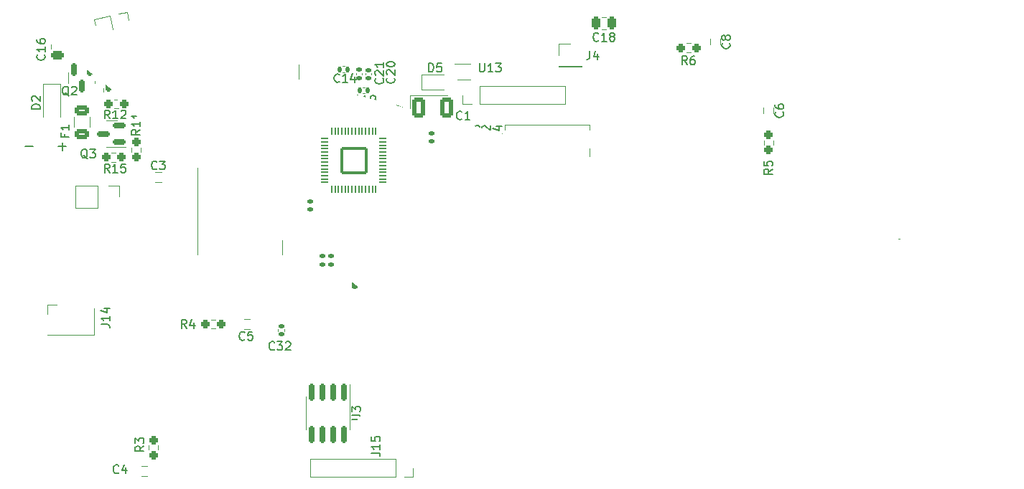
<source format=gto>
G04 #@! TF.GenerationSoftware,KiCad,Pcbnew,(6.0.8)*
G04 #@! TF.CreationDate,2024-01-04T17:55:54-08:00*
G04 #@! TF.ProjectId,jesnet_proto_1,6a65736e-6574-45f7-9072-6f746f5f312e,rev?*
G04 #@! TF.SameCoordinates,Original*
G04 #@! TF.FileFunction,Legend,Top*
G04 #@! TF.FilePolarity,Positive*
%FSLAX46Y46*%
G04 Gerber Fmt 4.6, Leading zero omitted, Abs format (unit mm)*
G04 Created by KiCad (PCBNEW (6.0.8)) date 2024-01-04 17:55:54*
%MOMM*%
%LPD*%
G01*
G04 APERTURE LIST*
G04 Aperture macros list*
%AMRoundRect*
0 Rectangle with rounded corners*
0 $1 Rounding radius*
0 $2 $3 $4 $5 $6 $7 $8 $9 X,Y pos of 4 corners*
0 Add a 4 corners polygon primitive as box body*
4,1,4,$2,$3,$4,$5,$6,$7,$8,$9,$2,$3,0*
0 Add four circle primitives for the rounded corners*
1,1,$1+$1,$2,$3*
1,1,$1+$1,$4,$5*
1,1,$1+$1,$6,$7*
1,1,$1+$1,$8,$9*
0 Add four rect primitives between the rounded corners*
20,1,$1+$1,$2,$3,$4,$5,0*
20,1,$1+$1,$4,$5,$6,$7,0*
20,1,$1+$1,$6,$7,$8,$9,0*
20,1,$1+$1,$8,$9,$2,$3,0*%
%AMHorizOval*
0 Thick line with rounded ends*
0 $1 width*
0 $2 $3 position (X,Y) of the first rounded end (center of the circle)*
0 $4 $5 position (X,Y) of the second rounded end (center of the circle)*
0 Add line between two ends*
20,1,$1,$2,$3,$4,$5,0*
0 Add two circle primitives to create the rounded ends*
1,1,$1,$2,$3*
1,1,$1,$4,$5*%
%AMRotRect*
0 Rectangle, with rotation*
0 The origin of the aperture is its center*
0 $1 length*
0 $2 width*
0 $3 Rotation angle, in degrees counterclockwise*
0 Add horizontal line*
21,1,$1,$2,0,0,$3*%
%AMFreePoly0*
4,1,119,-0.339809,0.384763,-0.043763,0.310219,0.240453,0.198771,0.508261,0.052213,0.547715,0.004641,0.551673,-0.057035,0.518621,-0.109259,0.461186,-0.132081,0.401305,-0.116785,0.392844,-0.106583,0.292557,-0.052076,-0.358621,-1.042371,-0.433622,-1.017371,-0.248651,0.160729,-0.413034,0.199606,-0.704842,0.228717,-0.997936,0.218932,-1.287154,0.170424,-1.389636,0.138838,-1.150396,-1.020809,
-1.221108,-1.056165,-1.921987,-0.094570,-2.081488,-0.195591,-2.306275,-0.383927,-2.504145,-0.600369,-2.671612,-0.841105,-2.703201,-0.902531,-1.699285,-1.556244,-1.724286,-1.631244,-2.917349,-1.440354,-2.965088,-1.665003,-2.987524,-1.957400,-2.971046,-2.250194,-2.915944,-2.538227,-2.901999,-2.580050,-1.734419,-2.333378,-1.699064,-2.404089,-2.674210,-3.110229,-2.531876,-3.323993,-2.338455,-3.544419,
-2.117549,-3.737292,-1.873049,-3.899216,-1.857260,-3.906885,-1.202182,-2.900870,-1.127181,-2.925870,-1.318518,-4.121730,-1.042662,-4.173792,-0.749828,-4.189543,-0.457487,-4.166380,-0.183908,-4.107532,-0.432119,-2.932667,-0.361409,-2.897311,0.349598,-3.879178,0.365677,-3.870858,0.605998,-3.702792,0.821948,-3.504384,1.009724,-3.279131,1.145616,-3.063390,0.145235,-2.411980,0.170236,-2.336979,
1.360466,-2.527417,1.373764,-2.483889,1.421553,-2.194552,1.430610,-1.901436,1.400774,-1.609700,1.347307,-1.386109,0.196163,-1.623594,0.160808,-1.552884,1.119618,-0.854033,1.092585,-0.804587,1.082360,-0.796150,1.066915,-0.736307,1.089595,-0.678815,1.141737,-0.645634,1.203424,-0.649438,1.251092,-0.688775,1.398314,-0.956217,1.510469,-1.240156,1.585748,-1.536015,1.622939,-1.839028,
1.621441,-2.144310,1.581281,-2.446944,1.503103,-2.742050,1.388169,-3.024875,1.238331,-3.290861,1.056002,-3.535720,0.844122,-3.755508,0.606105,-3.946683,0.345786,-4.106161,0.067360,-4.231377,-0.224685,-4.320310,-0.525646,-4.371527,-0.830668,-4.384203,-1.134841,-4.358136,-1.433258,-4.293743,-1.721113,-4.192063,-1.993768,-4.054734,-2.246828,-3.883970,-2.476215,-3.682522,-2.678233,-3.453636,
-2.849625,-3.201001,-2.987631,-2.928689,-3.090026,-2.641087,-3.155161,-2.342829,-3.181984,-2.038724,-3.170065,-1.733670,-3.119596,-1.432583,-3.031389,-1.140319,-2.906866,-0.861583,-2.748034,-0.600868,-2.557452,-0.362376,-2.338191,-0.149950,-2.093786,0.032986,-1.828174,0.183485,-1.545635,0.299120,-1.250723,0.378032,-0.948191,0.418944,-0.642914,0.421200,-0.339809,0.384763,-0.339809,0.384763,
$1*%
%AMFreePoly1*
4,1,76,0.112462,-0.840764,0.182681,-0.849137,0.350697,-0.908965,0.469995,-0.984674,1.047367,-0.214844,1.400920,-0.568398,0.634524,-1.143195,0.721466,-1.282331,0.780119,-1.450761,0.787383,-1.515517,1.750000,-1.378000,1.750000,-1.878000,0.787026,-1.740432,0.774867,-1.826952,0.711533,-1.993678,0.632159,-2.113147,1.400920,-2.689718,1.047367,-3.043271,0.469964,-2.273400,0.330484,-2.356547,
0.160862,-2.411660,0.112579,-2.416054,0.250000,-3.378000,-0.250000,-3.378000,-0.112437,-2.415058,-0.193538,-2.404237,-0.360702,-2.342069,-0.486374,-2.259832,-1.073953,-3.043271,-1.427507,-2.689718,-0.642850,-2.101225,-0.726222,-1.963562,-0.782518,-1.794329,-0.787792,-1.740542,-1.750000,-1.878000,-1.750000,-1.628000,-0.605177,-1.628000,-0.584556,-1.784631,-0.524099,-1.930588,-0.427925,-2.055925,
-0.302589,-2.152099,-0.156631,-2.212556,0.000000,-2.233177,0.156631,-2.212556,0.302589,-2.152099,0.427925,-2.055925,0.524099,-1.930588,0.584556,-1.784631,0.605177,-1.628000,0.584556,-1.471369,0.524099,-1.325412,0.427925,-1.200075,0.302589,-1.103901,0.156631,-1.043444,0.000000,-1.022823,-0.156631,-1.043444,-0.302588,-1.103901,-0.427925,-1.200075,-0.524099,-1.325412,-0.584556,-1.471369,
-0.605177,-1.628000,-1.750000,-1.628000,-1.750000,-1.378000,-0.787128,-1.515553,-0.777569,-1.439886,-0.716569,-1.272292,-0.642411,-1.157220,-1.427507,-0.568398,-1.073953,-0.214844,-0.488672,-0.995218,-0.340623,-0.904138,-0.171788,-0.846662,-0.112510,-0.840431,-0.250000,0.122000,0.250000,0.122000,0.112462,-0.840764,0.112462,-0.840764,$1*%
G04 Aperture macros list end*
%ADD10C,0.150000*%
%ADD11C,0.120000*%
%ADD12C,0.127000*%
%ADD13C,0.200000*%
%ADD14C,0.100000*%
%ADD15C,3.260000*%
%ADD16RoundRect,0.250000X-0.625000X0.375000X-0.625000X-0.375000X0.625000X-0.375000X0.625000X0.375000X0*%
%ADD17C,2.200000*%
%ADD18C,0.787400*%
%ADD19R,1.200000X0.750000*%
%ADD20RoundRect,0.140000X0.170000X-0.140000X0.170000X0.140000X-0.170000X0.140000X-0.170000X-0.140000X0*%
%ADD21RoundRect,0.140000X-0.170000X0.140000X-0.170000X-0.140000X0.170000X-0.140000X0.170000X0.140000X0*%
%ADD22C,0.700000*%
%ADD23FreePoly0,315.000000*%
%ADD24FreePoly1,270.000000*%
%ADD25R,0.600000X0.450000*%
%ADD26R,0.750000X1.200000*%
%ADD27R,1.350000X1.350000*%
%ADD28O,1.350000X1.350000*%
%ADD29RoundRect,0.140000X-0.140000X-0.170000X0.140000X-0.170000X0.140000X0.170000X-0.140000X0.170000X0*%
%ADD30C,1.200000*%
%ADD31FreePoly0,45.000000*%
%ADD32FreePoly1,0.000000*%
%ADD33R,1.400000X1.200000*%
%ADD34RoundRect,0.140000X0.140000X0.170000X-0.140000X0.170000X-0.140000X-0.170000X0.140000X-0.170000X0*%
%ADD35R,0.375000X0.500000*%
%ADD36R,0.300000X0.650000*%
%ADD37RoundRect,0.150000X0.587500X0.150000X-0.587500X0.150000X-0.587500X-0.150000X0.587500X-0.150000X0*%
%ADD38C,2.000000*%
%ADD39R,1.000000X0.750000*%
%ADD40RoundRect,0.237500X-0.237500X0.250000X-0.237500X-0.250000X0.237500X-0.250000X0.237500X0.250000X0*%
%ADD41O,2.250000X3.250000*%
%ADD42RoundRect,0.250000X0.475000X-0.250000X0.475000X0.250000X-0.475000X0.250000X-0.475000X-0.250000X0*%
%ADD43RoundRect,0.150000X-0.150000X0.587500X-0.150000X-0.587500X0.150000X-0.587500X0.150000X0.587500X0*%
%ADD44RoundRect,0.237500X-0.250000X-0.237500X0.250000X-0.237500X0.250000X0.237500X-0.250000X0.237500X0*%
%ADD45R,0.450000X0.600000*%
%ADD46RoundRect,0.150000X-0.150000X0.825000X-0.150000X-0.825000X0.150000X-0.825000X0.150000X0.825000X0*%
%ADD47R,0.500000X0.375000*%
%ADD48R,0.650000X0.300000*%
%ADD49O,1.700000X2.250000*%
%ADD50R,1.700000X2.250000*%
%ADD51RoundRect,0.237500X0.250000X0.237500X-0.250000X0.237500X-0.250000X-0.237500X0.250000X-0.237500X0*%
%ADD52RotRect,1.350000X1.350000X102.000000*%
%ADD53HorizOval,1.350000X0.000000X0.000000X0.000000X0.000000X0*%
%ADD54RoundRect,0.237500X0.237500X-0.250000X0.237500X0.250000X-0.237500X0.250000X-0.237500X-0.250000X0*%
%ADD55RoundRect,0.150000X0.150000X-0.650000X0.150000X0.650000X-0.150000X0.650000X-0.150000X-0.650000X0*%
%ADD56O,1.400000X1.600000*%
%ADD57R,1.400000X1.600000*%
%ADD58R,0.400000X1.350000*%
%ADD59R,1.200000X1.550000*%
%ADD60R,1.500000X1.550000*%
%ADD61O,1.250000X0.950000*%
%ADD62O,0.890000X1.550000*%
%ADD63RoundRect,0.150000X0.150000X-0.587500X0.150000X0.587500X-0.150000X0.587500X-0.150000X-0.587500X0*%
%ADD64O,1.700000X2.000000*%
%ADD65RoundRect,0.150000X0.825000X0.150000X-0.825000X0.150000X-0.825000X-0.150000X0.825000X-0.150000X0*%
%ADD66R,2.000000X1.500000*%
%ADD67R,2.000000X3.800000*%
%ADD68R,1.200000X0.900000*%
%ADD69FreePoly0,225.000000*%
%ADD70FreePoly1,180.000000*%
%ADD71C,1.700000*%
%ADD72O,1.600000X2.500000*%
%ADD73O,1.250000X2.500000*%
%ADD74RoundRect,0.250001X-0.499999X-0.924999X0.499999X-0.924999X0.499999X0.924999X-0.499999X0.924999X0*%
%ADD75RoundRect,0.050000X0.387500X0.050000X-0.387500X0.050000X-0.387500X-0.050000X0.387500X-0.050000X0*%
%ADD76RoundRect,0.050000X0.050000X0.387500X-0.050000X0.387500X-0.050000X-0.387500X0.050000X-0.387500X0*%
%ADD77RoundRect,0.144000X1.456000X1.456000X-1.456000X1.456000X-1.456000X-1.456000X1.456000X-1.456000X0*%
%ADD78RoundRect,0.250000X0.250000X0.475000X-0.250000X0.475000X-0.250000X-0.475000X0.250000X-0.475000X0*%
%ADD79C,1.600000*%
%ADD80O,1.600000X2.600000*%
%ADD81HorizOval,2.800000X0.577898X0.161352X-0.577898X-0.161352X0*%
%ADD82O,0.800000X2.000000*%
%ADD83C,0.800000*%
%ADD84O,0.800000X3.000000*%
%ADD85O,2.000000X0.800000*%
%ADD86O,3.000000X0.800000*%
%ADD87HorizOval,2.800000X-0.577898X-0.161352X0.577898X0.161352X0*%
%ADD88O,0.800000X2.500000*%
%ADD89C,1.000000*%
G04 APERTURE END LIST*
D10*
X65478571Y-37473333D02*
X65478571Y-37806666D01*
X66002380Y-37806666D02*
X65002380Y-37806666D01*
X65002380Y-37330476D01*
X66002380Y-36425714D02*
X66002380Y-36997142D01*
X66002380Y-36711428D02*
X65002380Y-36711428D01*
X65145238Y-36806666D01*
X65240476Y-36901904D01*
X65288095Y-36997142D01*
X123113333Y-52767142D02*
X123065714Y-52814761D01*
X122922857Y-52862380D01*
X122827619Y-52862380D01*
X122684761Y-52814761D01*
X122589523Y-52719523D01*
X122541904Y-52624285D01*
X122494285Y-52433809D01*
X122494285Y-52290952D01*
X122541904Y-52100476D01*
X122589523Y-52005238D01*
X122684761Y-51910000D01*
X122827619Y-51862380D01*
X122922857Y-51862380D01*
X123065714Y-51910000D01*
X123113333Y-51957619D01*
X123446666Y-51862380D02*
X124113333Y-51862380D01*
X123684761Y-52862380D01*
X100187142Y-35287142D02*
X100139523Y-35334761D01*
X99996666Y-35382380D01*
X99901428Y-35382380D01*
X99758571Y-35334761D01*
X99663333Y-35239523D01*
X99615714Y-35144285D01*
X99568095Y-34953809D01*
X99568095Y-34810952D01*
X99615714Y-34620476D01*
X99663333Y-34525238D01*
X99758571Y-34430000D01*
X99901428Y-34382380D01*
X99996666Y-34382380D01*
X100139523Y-34430000D01*
X100187142Y-34477619D01*
X100568095Y-34477619D02*
X100615714Y-34430000D01*
X100710952Y-34382380D01*
X100949047Y-34382380D01*
X101044285Y-34430000D01*
X101091904Y-34477619D01*
X101139523Y-34572857D01*
X101139523Y-34668095D01*
X101091904Y-34810952D01*
X100520476Y-35382380D01*
X101139523Y-35382380D01*
X101472857Y-34382380D02*
X102139523Y-34382380D01*
X101710952Y-35382380D01*
X102967142Y-30922857D02*
X103014761Y-30970476D01*
X103062380Y-31113333D01*
X103062380Y-31208571D01*
X103014761Y-31351428D01*
X102919523Y-31446666D01*
X102824285Y-31494285D01*
X102633809Y-31541904D01*
X102490952Y-31541904D01*
X102300476Y-31494285D01*
X102205238Y-31446666D01*
X102110000Y-31351428D01*
X102062380Y-31208571D01*
X102062380Y-31113333D01*
X102110000Y-30970476D01*
X102157619Y-30922857D01*
X102157619Y-30541904D02*
X102110000Y-30494285D01*
X102062380Y-30399047D01*
X102062380Y-30160952D01*
X102110000Y-30065714D01*
X102157619Y-30018095D01*
X102252857Y-29970476D01*
X102348095Y-29970476D01*
X102490952Y-30018095D01*
X103062380Y-30589523D01*
X103062380Y-29970476D01*
X103062380Y-29018095D02*
X103062380Y-29589523D01*
X103062380Y-29303809D02*
X102062380Y-29303809D01*
X102205238Y-29399047D01*
X102300476Y-29494285D01*
X102348095Y-29589523D01*
X96567142Y-49022857D02*
X96614761Y-49070476D01*
X96662380Y-49213333D01*
X96662380Y-49308571D01*
X96614761Y-49451428D01*
X96519523Y-49546666D01*
X96424285Y-49594285D01*
X96233809Y-49641904D01*
X96090952Y-49641904D01*
X95900476Y-49594285D01*
X95805238Y-49546666D01*
X95710000Y-49451428D01*
X95662380Y-49308571D01*
X95662380Y-49213333D01*
X95710000Y-49070476D01*
X95757619Y-49022857D01*
X95662380Y-48689523D02*
X95662380Y-48070476D01*
X96043333Y-48403809D01*
X96043333Y-48260952D01*
X96090952Y-48165714D01*
X96138571Y-48118095D01*
X96233809Y-48070476D01*
X96471904Y-48070476D01*
X96567142Y-48118095D01*
X96614761Y-48165714D01*
X96662380Y-48260952D01*
X96662380Y-48546666D01*
X96614761Y-48641904D01*
X96567142Y-48689523D01*
X95662380Y-47451428D02*
X95662380Y-47356190D01*
X95710000Y-47260952D01*
X95757619Y-47213333D01*
X95852857Y-47165714D01*
X96043333Y-47118095D01*
X96281428Y-47118095D01*
X96471904Y-47165714D01*
X96567142Y-47213333D01*
X96614761Y-47260952D01*
X96662380Y-47356190D01*
X96662380Y-47451428D01*
X96614761Y-47546666D01*
X96567142Y-47594285D01*
X96471904Y-47641904D01*
X96281428Y-47689523D01*
X96043333Y-47689523D01*
X95852857Y-47641904D01*
X95757619Y-47594285D01*
X95710000Y-47546666D01*
X95662380Y-47451428D01*
X90187142Y-62897142D02*
X90139523Y-62944761D01*
X89996666Y-62992380D01*
X89901428Y-62992380D01*
X89758571Y-62944761D01*
X89663333Y-62849523D01*
X89615714Y-62754285D01*
X89568095Y-62563809D01*
X89568095Y-62420952D01*
X89615714Y-62230476D01*
X89663333Y-62135238D01*
X89758571Y-62040000D01*
X89901428Y-61992380D01*
X89996666Y-61992380D01*
X90139523Y-62040000D01*
X90187142Y-62087619D01*
X90520476Y-61992380D02*
X91139523Y-61992380D01*
X90806190Y-62373333D01*
X90949047Y-62373333D01*
X91044285Y-62420952D01*
X91091904Y-62468571D01*
X91139523Y-62563809D01*
X91139523Y-62801904D01*
X91091904Y-62897142D01*
X91044285Y-62944761D01*
X90949047Y-62992380D01*
X90663333Y-62992380D01*
X90568095Y-62944761D01*
X90520476Y-62897142D01*
X91520476Y-62087619D02*
X91568095Y-62040000D01*
X91663333Y-61992380D01*
X91901428Y-61992380D01*
X91996666Y-62040000D01*
X92044285Y-62087619D01*
X92091904Y-62182857D01*
X92091904Y-62278095D01*
X92044285Y-62420952D01*
X91472857Y-62992380D01*
X92091904Y-62992380D01*
X108391904Y-30132380D02*
X108391904Y-29132380D01*
X108630000Y-29132380D01*
X108772857Y-29180000D01*
X108868095Y-29275238D01*
X108915714Y-29370476D01*
X108963333Y-29560952D01*
X108963333Y-29703809D01*
X108915714Y-29894285D01*
X108868095Y-29989523D01*
X108772857Y-30084761D01*
X108630000Y-30132380D01*
X108391904Y-30132380D01*
X109868095Y-29132380D02*
X109391904Y-29132380D01*
X109344285Y-29608571D01*
X109391904Y-29560952D01*
X109487142Y-29513333D01*
X109725238Y-29513333D01*
X109820476Y-29560952D01*
X109868095Y-29608571D01*
X109915714Y-29703809D01*
X109915714Y-29941904D01*
X109868095Y-30037142D01*
X109820476Y-30084761D01*
X109725238Y-30132380D01*
X109487142Y-30132380D01*
X109391904Y-30084761D01*
X109344285Y-30037142D01*
X150137142Y-34886666D02*
X150184761Y-34934285D01*
X150232380Y-35077142D01*
X150232380Y-35172380D01*
X150184761Y-35315238D01*
X150089523Y-35410476D01*
X149994285Y-35458095D01*
X149803809Y-35505714D01*
X149660952Y-35505714D01*
X149470476Y-35458095D01*
X149375238Y-35410476D01*
X149280000Y-35315238D01*
X149232380Y-35172380D01*
X149232380Y-35077142D01*
X149280000Y-34934285D01*
X149327619Y-34886666D01*
X149232380Y-34029523D02*
X149232380Y-34220000D01*
X149280000Y-34315238D01*
X149327619Y-34362857D01*
X149470476Y-34458095D01*
X149660952Y-34505714D01*
X150041904Y-34505714D01*
X150137142Y-34458095D01*
X150184761Y-34410476D01*
X150232380Y-34315238D01*
X150232380Y-34124761D01*
X150184761Y-34029523D01*
X150137142Y-33981904D01*
X150041904Y-33934285D01*
X149803809Y-33934285D01*
X149708571Y-33981904D01*
X149660952Y-34029523D01*
X149613333Y-34124761D01*
X149613333Y-34315238D01*
X149660952Y-34410476D01*
X149708571Y-34458095D01*
X149803809Y-34505714D01*
X101642380Y-75139523D02*
X102356666Y-75139523D01*
X102499523Y-75187142D01*
X102594761Y-75282380D01*
X102642380Y-75425238D01*
X102642380Y-75520476D01*
X102642380Y-74139523D02*
X102642380Y-74710952D01*
X102642380Y-74425238D02*
X101642380Y-74425238D01*
X101785238Y-74520476D01*
X101880476Y-74615714D01*
X101928095Y-74710952D01*
X101642380Y-73234761D02*
X101642380Y-73710952D01*
X102118571Y-73758571D01*
X102070952Y-73710952D01*
X102023333Y-73615714D01*
X102023333Y-73377619D01*
X102070952Y-73282380D01*
X102118571Y-73234761D01*
X102213809Y-73187142D01*
X102451904Y-73187142D01*
X102547142Y-73234761D01*
X102594761Y-73282380D01*
X102642380Y-73377619D01*
X102642380Y-73615714D01*
X102594761Y-73710952D01*
X102547142Y-73758571D01*
X97857142Y-31277142D02*
X97809523Y-31324761D01*
X97666666Y-31372380D01*
X97571428Y-31372380D01*
X97428571Y-31324761D01*
X97333333Y-31229523D01*
X97285714Y-31134285D01*
X97238095Y-30943809D01*
X97238095Y-30800952D01*
X97285714Y-30610476D01*
X97333333Y-30515238D01*
X97428571Y-30420000D01*
X97571428Y-30372380D01*
X97666666Y-30372380D01*
X97809523Y-30420000D01*
X97857142Y-30467619D01*
X98809523Y-31372380D02*
X98238095Y-31372380D01*
X98523809Y-31372380D02*
X98523809Y-30372380D01*
X98428571Y-30515238D01*
X98333333Y-30610476D01*
X98238095Y-30658095D01*
X99666666Y-30705714D02*
X99666666Y-31372380D01*
X99428571Y-30324761D02*
X99190476Y-31039047D01*
X99809523Y-31039047D01*
X76333333Y-41567142D02*
X76285714Y-41614761D01*
X76142857Y-41662380D01*
X76047619Y-41662380D01*
X75904761Y-41614761D01*
X75809523Y-41519523D01*
X75761904Y-41424285D01*
X75714285Y-41233809D01*
X75714285Y-41090952D01*
X75761904Y-40900476D01*
X75809523Y-40805238D01*
X75904761Y-40710000D01*
X76047619Y-40662380D01*
X76142857Y-40662380D01*
X76285714Y-40710000D01*
X76333333Y-40757619D01*
X76666666Y-40662380D02*
X77285714Y-40662380D01*
X76952380Y-41043333D01*
X77095238Y-41043333D01*
X77190476Y-41090952D01*
X77238095Y-41138571D01*
X77285714Y-41233809D01*
X77285714Y-41471904D01*
X77238095Y-41567142D01*
X77190476Y-41614761D01*
X77095238Y-41662380D01*
X76809523Y-41662380D01*
X76714285Y-41614761D01*
X76666666Y-41567142D01*
X91633809Y-31496190D02*
X91633809Y-31972380D01*
X91300476Y-30972380D02*
X91633809Y-31496190D01*
X91967142Y-30972380D01*
X92824285Y-31972380D02*
X92252857Y-31972380D01*
X92538571Y-31972380D02*
X92538571Y-30972380D01*
X92443333Y-31115238D01*
X92348095Y-31210476D01*
X92252857Y-31258095D01*
X90877142Y-33737142D02*
X90829523Y-33784761D01*
X90686666Y-33832380D01*
X90591428Y-33832380D01*
X90448571Y-33784761D01*
X90353333Y-33689523D01*
X90305714Y-33594285D01*
X90258095Y-33403809D01*
X90258095Y-33260952D01*
X90305714Y-33070476D01*
X90353333Y-32975238D01*
X90448571Y-32880000D01*
X90591428Y-32832380D01*
X90686666Y-32832380D01*
X90829523Y-32880000D01*
X90877142Y-32927619D01*
X91829523Y-33832380D02*
X91258095Y-33832380D01*
X91543809Y-33832380D02*
X91543809Y-32832380D01*
X91448571Y-32975238D01*
X91353333Y-33070476D01*
X91258095Y-33118095D01*
X92734285Y-32832380D02*
X92258095Y-32832380D01*
X92210476Y-33308571D01*
X92258095Y-33260952D01*
X92353333Y-33213333D01*
X92591428Y-33213333D01*
X92686666Y-33260952D01*
X92734285Y-33308571D01*
X92781904Y-33403809D01*
X92781904Y-33641904D01*
X92734285Y-33737142D01*
X92686666Y-33784761D01*
X92591428Y-33832380D01*
X92353333Y-33832380D01*
X92258095Y-33784761D01*
X92210476Y-33737142D01*
X138432380Y-63088095D02*
X139241904Y-63088095D01*
X139337142Y-63040476D01*
X139384761Y-62992857D01*
X139432380Y-62897619D01*
X139432380Y-62707142D01*
X139384761Y-62611904D01*
X139337142Y-62564285D01*
X139241904Y-62516666D01*
X138432380Y-62516666D01*
X139432380Y-61516666D02*
X139432380Y-62088095D01*
X139432380Y-61802380D02*
X138432380Y-61802380D01*
X138575238Y-61897619D01*
X138670476Y-61992857D01*
X138718095Y-62088095D01*
X138527619Y-61135714D02*
X138480000Y-61088095D01*
X138432380Y-60992857D01*
X138432380Y-60754761D01*
X138480000Y-60659523D01*
X138527619Y-60611904D01*
X138622857Y-60564285D01*
X138718095Y-60564285D01*
X138860952Y-60611904D01*
X139432380Y-61183333D01*
X139432380Y-60564285D01*
X68154761Y-40387619D02*
X68059523Y-40340000D01*
X67964285Y-40244761D01*
X67821428Y-40101904D01*
X67726190Y-40054285D01*
X67630952Y-40054285D01*
X67678571Y-40292380D02*
X67583333Y-40244761D01*
X67488095Y-40149523D01*
X67440476Y-39959047D01*
X67440476Y-39625714D01*
X67488095Y-39435238D01*
X67583333Y-39340000D01*
X67678571Y-39292380D01*
X67869047Y-39292380D01*
X67964285Y-39340000D01*
X68059523Y-39435238D01*
X68107142Y-39625714D01*
X68107142Y-39959047D01*
X68059523Y-40149523D01*
X67964285Y-40244761D01*
X67869047Y-40292380D01*
X67678571Y-40292380D01*
X68440476Y-39292380D02*
X69059523Y-39292380D01*
X68726190Y-39673333D01*
X68869047Y-39673333D01*
X68964285Y-39720952D01*
X69011904Y-39768571D01*
X69059523Y-39863809D01*
X69059523Y-40101904D01*
X69011904Y-40197142D01*
X68964285Y-40244761D01*
X68869047Y-40292380D01*
X68583333Y-40292380D01*
X68488095Y-40244761D01*
X68440476Y-40197142D01*
X111863095Y-53439761D02*
X112005952Y-53487380D01*
X112244047Y-53487380D01*
X112339285Y-53439761D01*
X112386904Y-53392142D01*
X112434523Y-53296904D01*
X112434523Y-53201666D01*
X112386904Y-53106428D01*
X112339285Y-53058809D01*
X112244047Y-53011190D01*
X112053571Y-52963571D01*
X111958333Y-52915952D01*
X111910714Y-52868333D01*
X111863095Y-52773095D01*
X111863095Y-52677857D01*
X111910714Y-52582619D01*
X111958333Y-52535000D01*
X112053571Y-52487380D01*
X112291666Y-52487380D01*
X112434523Y-52535000D01*
X113386904Y-53487380D02*
X112815476Y-53487380D01*
X113101190Y-53487380D02*
X113101190Y-52487380D01*
X113005952Y-52630238D01*
X112910714Y-52725476D01*
X112815476Y-52773095D01*
X76322380Y-34202857D02*
X75846190Y-34536190D01*
X76322380Y-34774285D02*
X75322380Y-34774285D01*
X75322380Y-34393333D01*
X75370000Y-34298095D01*
X75417619Y-34250476D01*
X75512857Y-34202857D01*
X75655714Y-34202857D01*
X75750952Y-34250476D01*
X75798571Y-34298095D01*
X75846190Y-34393333D01*
X75846190Y-34774285D01*
X76322380Y-33250476D02*
X76322380Y-33821904D01*
X76322380Y-33536190D02*
X75322380Y-33536190D01*
X75465238Y-33631428D01*
X75560476Y-33726666D01*
X75608095Y-33821904D01*
X75655714Y-32393333D02*
X76322380Y-32393333D01*
X75274761Y-32631428D02*
X75989047Y-32869523D01*
X75989047Y-32250476D01*
X71823333Y-77457142D02*
X71775714Y-77504761D01*
X71632857Y-77552380D01*
X71537619Y-77552380D01*
X71394761Y-77504761D01*
X71299523Y-77409523D01*
X71251904Y-77314285D01*
X71204285Y-77123809D01*
X71204285Y-76980952D01*
X71251904Y-76790476D01*
X71299523Y-76695238D01*
X71394761Y-76600000D01*
X71537619Y-76552380D01*
X71632857Y-76552380D01*
X71775714Y-76600000D01*
X71823333Y-76647619D01*
X72680476Y-76885714D02*
X72680476Y-77552380D01*
X72442380Y-76504761D02*
X72204285Y-77219047D01*
X72823333Y-77219047D01*
X63077142Y-28122857D02*
X63124761Y-28170476D01*
X63172380Y-28313333D01*
X63172380Y-28408571D01*
X63124761Y-28551428D01*
X63029523Y-28646666D01*
X62934285Y-28694285D01*
X62743809Y-28741904D01*
X62600952Y-28741904D01*
X62410476Y-28694285D01*
X62315238Y-28646666D01*
X62220000Y-28551428D01*
X62172380Y-28408571D01*
X62172380Y-28313333D01*
X62220000Y-28170476D01*
X62267619Y-28122857D01*
X63172380Y-27170476D02*
X63172380Y-27741904D01*
X63172380Y-27456190D02*
X62172380Y-27456190D01*
X62315238Y-27551428D01*
X62410476Y-27646666D01*
X62458095Y-27741904D01*
X62172380Y-26313333D02*
X62172380Y-26503809D01*
X62220000Y-26599047D01*
X62267619Y-26646666D01*
X62410476Y-26741904D01*
X62600952Y-26789523D01*
X62981904Y-26789523D01*
X63077142Y-26741904D01*
X63124761Y-26694285D01*
X63172380Y-26599047D01*
X63172380Y-26408571D01*
X63124761Y-26313333D01*
X63077142Y-26265714D01*
X62981904Y-26218095D01*
X62743809Y-26218095D01*
X62648571Y-26265714D01*
X62600952Y-26313333D01*
X62553333Y-26408571D01*
X62553333Y-26599047D01*
X62600952Y-26694285D01*
X62648571Y-26741904D01*
X62743809Y-26789523D01*
X115587142Y-38372857D02*
X115634761Y-38420476D01*
X115682380Y-38563333D01*
X115682380Y-38658571D01*
X115634761Y-38801428D01*
X115539523Y-38896666D01*
X115444285Y-38944285D01*
X115253809Y-38991904D01*
X115110952Y-38991904D01*
X114920476Y-38944285D01*
X114825238Y-38896666D01*
X114730000Y-38801428D01*
X114682380Y-38658571D01*
X114682380Y-38563333D01*
X114730000Y-38420476D01*
X114777619Y-38372857D01*
X114777619Y-37991904D02*
X114730000Y-37944285D01*
X114682380Y-37849047D01*
X114682380Y-37610952D01*
X114730000Y-37515714D01*
X114777619Y-37468095D01*
X114872857Y-37420476D01*
X114968095Y-37420476D01*
X115110952Y-37468095D01*
X115682380Y-38039523D01*
X115682380Y-37420476D01*
X114777619Y-37039523D02*
X114730000Y-36991904D01*
X114682380Y-36896666D01*
X114682380Y-36658571D01*
X114730000Y-36563333D01*
X114777619Y-36515714D01*
X114872857Y-36468095D01*
X114968095Y-36468095D01*
X115110952Y-36515714D01*
X115682380Y-37087142D01*
X115682380Y-36468095D01*
X116907142Y-38392857D02*
X116954761Y-38440476D01*
X117002380Y-38583333D01*
X117002380Y-38678571D01*
X116954761Y-38821428D01*
X116859523Y-38916666D01*
X116764285Y-38964285D01*
X116573809Y-39011904D01*
X116430952Y-39011904D01*
X116240476Y-38964285D01*
X116145238Y-38916666D01*
X116050000Y-38821428D01*
X116002380Y-38678571D01*
X116002380Y-38583333D01*
X116050000Y-38440476D01*
X116097619Y-38392857D01*
X116097619Y-38011904D02*
X116050000Y-37964285D01*
X116002380Y-37869047D01*
X116002380Y-37630952D01*
X116050000Y-37535714D01*
X116097619Y-37488095D01*
X116192857Y-37440476D01*
X116288095Y-37440476D01*
X116430952Y-37488095D01*
X117002380Y-38059523D01*
X117002380Y-37440476D01*
X116335714Y-36583333D02*
X117002380Y-36583333D01*
X115954761Y-36821428D02*
X116669047Y-37059523D01*
X116669047Y-36440476D01*
X106817142Y-50292380D02*
X106483809Y-49816190D01*
X106245714Y-50292380D02*
X106245714Y-49292380D01*
X106626666Y-49292380D01*
X106721904Y-49340000D01*
X106769523Y-49387619D01*
X106817142Y-49482857D01*
X106817142Y-49625714D01*
X106769523Y-49720952D01*
X106721904Y-49768571D01*
X106626666Y-49816190D01*
X106245714Y-49816190D01*
X107769523Y-50292380D02*
X107198095Y-50292380D01*
X107483809Y-50292380D02*
X107483809Y-49292380D01*
X107388571Y-49435238D01*
X107293333Y-49530476D01*
X107198095Y-49578095D01*
X108626666Y-49292380D02*
X108436190Y-49292380D01*
X108340952Y-49340000D01*
X108293333Y-49387619D01*
X108198095Y-49530476D01*
X108150476Y-49720952D01*
X108150476Y-50101904D01*
X108198095Y-50197142D01*
X108245714Y-50244761D01*
X108340952Y-50292380D01*
X108531428Y-50292380D01*
X108626666Y-50244761D01*
X108674285Y-50197142D01*
X108721904Y-50101904D01*
X108721904Y-49863809D01*
X108674285Y-49768571D01*
X108626666Y-49720952D01*
X108531428Y-49673333D01*
X108340952Y-49673333D01*
X108245714Y-49720952D01*
X108198095Y-49768571D01*
X108150476Y-49863809D01*
X65954761Y-32957619D02*
X65859523Y-32910000D01*
X65764285Y-32814761D01*
X65621428Y-32671904D01*
X65526190Y-32624285D01*
X65430952Y-32624285D01*
X65478571Y-32862380D02*
X65383333Y-32814761D01*
X65288095Y-32719523D01*
X65240476Y-32529047D01*
X65240476Y-32195714D01*
X65288095Y-32005238D01*
X65383333Y-31910000D01*
X65478571Y-31862380D01*
X65669047Y-31862380D01*
X65764285Y-31910000D01*
X65859523Y-32005238D01*
X65907142Y-32195714D01*
X65907142Y-32529047D01*
X65859523Y-32719523D01*
X65764285Y-32814761D01*
X65669047Y-32862380D01*
X65478571Y-32862380D01*
X66288095Y-31957619D02*
X66335714Y-31910000D01*
X66430952Y-31862380D01*
X66669047Y-31862380D01*
X66764285Y-31910000D01*
X66811904Y-31957619D01*
X66859523Y-32052857D01*
X66859523Y-32148095D01*
X66811904Y-32290952D01*
X66240476Y-32862380D01*
X66859523Y-32862380D01*
X70757142Y-42022380D02*
X70423809Y-41546190D01*
X70185714Y-42022380D02*
X70185714Y-41022380D01*
X70566666Y-41022380D01*
X70661904Y-41070000D01*
X70709523Y-41117619D01*
X70757142Y-41212857D01*
X70757142Y-41355714D01*
X70709523Y-41450952D01*
X70661904Y-41498571D01*
X70566666Y-41546190D01*
X70185714Y-41546190D01*
X71709523Y-42022380D02*
X71138095Y-42022380D01*
X71423809Y-42022380D02*
X71423809Y-41022380D01*
X71328571Y-41165238D01*
X71233333Y-41260476D01*
X71138095Y-41308095D01*
X72614285Y-41022380D02*
X72138095Y-41022380D01*
X72090476Y-41498571D01*
X72138095Y-41450952D01*
X72233333Y-41403333D01*
X72471428Y-41403333D01*
X72566666Y-41450952D01*
X72614285Y-41498571D01*
X72661904Y-41593809D01*
X72661904Y-41831904D01*
X72614285Y-41927142D01*
X72566666Y-41974761D01*
X72471428Y-42022380D01*
X72233333Y-42022380D01*
X72138095Y-41974761D01*
X72090476Y-41927142D01*
X118732380Y-68708095D02*
X117732380Y-68708095D01*
X117732380Y-68470000D01*
X117780000Y-68327142D01*
X117875238Y-68231904D01*
X117970476Y-68184285D01*
X118160952Y-68136666D01*
X118303809Y-68136666D01*
X118494285Y-68184285D01*
X118589523Y-68231904D01*
X118684761Y-68327142D01*
X118732380Y-68470000D01*
X118732380Y-68708095D01*
X118732380Y-67184285D02*
X118732380Y-67755714D01*
X118732380Y-67470000D02*
X117732380Y-67470000D01*
X117875238Y-67565238D01*
X117970476Y-67660476D01*
X118018095Y-67755714D01*
X143847142Y-26756666D02*
X143894761Y-26804285D01*
X143942380Y-26947142D01*
X143942380Y-27042380D01*
X143894761Y-27185238D01*
X143799523Y-27280476D01*
X143704285Y-27328095D01*
X143513809Y-27375714D01*
X143370952Y-27375714D01*
X143180476Y-27328095D01*
X143085238Y-27280476D01*
X142990000Y-27185238D01*
X142942380Y-27042380D01*
X142942380Y-26947142D01*
X142990000Y-26804285D01*
X143037619Y-26756666D01*
X143370952Y-26185238D02*
X143323333Y-26280476D01*
X143275714Y-26328095D01*
X143180476Y-26375714D01*
X143132857Y-26375714D01*
X143037619Y-26328095D01*
X142990000Y-26280476D01*
X142942380Y-26185238D01*
X142942380Y-25994761D01*
X142990000Y-25899523D01*
X143037619Y-25851904D01*
X143132857Y-25804285D01*
X143180476Y-25804285D01*
X143275714Y-25851904D01*
X143323333Y-25899523D01*
X143370952Y-25994761D01*
X143370952Y-26185238D01*
X143418571Y-26280476D01*
X143466190Y-26328095D01*
X143561428Y-26375714D01*
X143751904Y-26375714D01*
X143847142Y-26328095D01*
X143894761Y-26280476D01*
X143942380Y-26185238D01*
X143942380Y-25994761D01*
X143894761Y-25899523D01*
X143847142Y-25851904D01*
X143751904Y-25804285D01*
X143561428Y-25804285D01*
X143466190Y-25851904D01*
X143418571Y-25899523D01*
X143370952Y-25994761D01*
X99327380Y-71211904D02*
X100136904Y-71211904D01*
X100232142Y-71164285D01*
X100279761Y-71116666D01*
X100327380Y-71021428D01*
X100327380Y-70830952D01*
X100279761Y-70735714D01*
X100232142Y-70688095D01*
X100136904Y-70640476D01*
X99327380Y-70640476D01*
X99327380Y-70259523D02*
X99327380Y-69640476D01*
X99708333Y-69973809D01*
X99708333Y-69830952D01*
X99755952Y-69735714D01*
X99803571Y-69688095D01*
X99898809Y-69640476D01*
X100136904Y-69640476D01*
X100232142Y-69688095D01*
X100279761Y-69735714D01*
X100327380Y-69830952D01*
X100327380Y-70116666D01*
X100279761Y-70211904D01*
X100232142Y-70259523D01*
X105507142Y-36082857D02*
X105554761Y-36130476D01*
X105602380Y-36273333D01*
X105602380Y-36368571D01*
X105554761Y-36511428D01*
X105459523Y-36606666D01*
X105364285Y-36654285D01*
X105173809Y-36701904D01*
X105030952Y-36701904D01*
X104840476Y-36654285D01*
X104745238Y-36606666D01*
X104650000Y-36511428D01*
X104602380Y-36368571D01*
X104602380Y-36273333D01*
X104650000Y-36130476D01*
X104697619Y-36082857D01*
X105602380Y-35130476D02*
X105602380Y-35701904D01*
X105602380Y-35416190D02*
X104602380Y-35416190D01*
X104745238Y-35511428D01*
X104840476Y-35606666D01*
X104888095Y-35701904D01*
X104602380Y-34797142D02*
X104602380Y-34130476D01*
X105602380Y-34559047D01*
X86673333Y-61737142D02*
X86625714Y-61784761D01*
X86482857Y-61832380D01*
X86387619Y-61832380D01*
X86244761Y-61784761D01*
X86149523Y-61689523D01*
X86101904Y-61594285D01*
X86054285Y-61403809D01*
X86054285Y-61260952D01*
X86101904Y-61070476D01*
X86149523Y-60975238D01*
X86244761Y-60880000D01*
X86387619Y-60832380D01*
X86482857Y-60832380D01*
X86625714Y-60880000D01*
X86673333Y-60927619D01*
X87578095Y-60832380D02*
X87101904Y-60832380D01*
X87054285Y-61308571D01*
X87101904Y-61260952D01*
X87197142Y-61213333D01*
X87435238Y-61213333D01*
X87530476Y-61260952D01*
X87578095Y-61308571D01*
X87625714Y-61403809D01*
X87625714Y-61641904D01*
X87578095Y-61737142D01*
X87530476Y-61784761D01*
X87435238Y-61832380D01*
X87197142Y-61832380D01*
X87101904Y-61784761D01*
X87054285Y-61737142D01*
X114371904Y-29142380D02*
X114371904Y-29951904D01*
X114419523Y-30047142D01*
X114467142Y-30094761D01*
X114562380Y-30142380D01*
X114752857Y-30142380D01*
X114848095Y-30094761D01*
X114895714Y-30047142D01*
X114943333Y-29951904D01*
X114943333Y-29142380D01*
X115943333Y-30142380D02*
X115371904Y-30142380D01*
X115657619Y-30142380D02*
X115657619Y-29142380D01*
X115562380Y-29285238D01*
X115467142Y-29380476D01*
X115371904Y-29428095D01*
X116276666Y-29142380D02*
X116895714Y-29142380D01*
X116562380Y-29523333D01*
X116705238Y-29523333D01*
X116800476Y-29570952D01*
X116848095Y-29618571D01*
X116895714Y-29713809D01*
X116895714Y-29951904D01*
X116848095Y-30047142D01*
X116800476Y-30094761D01*
X116705238Y-30142380D01*
X116419523Y-30142380D01*
X116324285Y-30094761D01*
X116276666Y-30047142D01*
X136727142Y-65882380D02*
X136393809Y-65406190D01*
X136155714Y-65882380D02*
X136155714Y-64882380D01*
X136536666Y-64882380D01*
X136631904Y-64930000D01*
X136679523Y-64977619D01*
X136727142Y-65072857D01*
X136727142Y-65215714D01*
X136679523Y-65310952D01*
X136631904Y-65358571D01*
X136536666Y-65406190D01*
X136155714Y-65406190D01*
X137679523Y-65882380D02*
X137108095Y-65882380D01*
X137393809Y-65882380D02*
X137393809Y-64882380D01*
X137298571Y-65025238D01*
X137203333Y-65120476D01*
X137108095Y-65168095D01*
X138012857Y-64882380D02*
X138679523Y-64882380D01*
X138250952Y-65882380D01*
X112947142Y-38372857D02*
X112994761Y-38420476D01*
X113042380Y-38563333D01*
X113042380Y-38658571D01*
X112994761Y-38801428D01*
X112899523Y-38896666D01*
X112804285Y-38944285D01*
X112613809Y-38991904D01*
X112470952Y-38991904D01*
X112280476Y-38944285D01*
X112185238Y-38896666D01*
X112090000Y-38801428D01*
X112042380Y-38658571D01*
X112042380Y-38563333D01*
X112090000Y-38420476D01*
X112137619Y-38372857D01*
X112137619Y-37991904D02*
X112090000Y-37944285D01*
X112042380Y-37849047D01*
X112042380Y-37610952D01*
X112090000Y-37515714D01*
X112137619Y-37468095D01*
X112232857Y-37420476D01*
X112328095Y-37420476D01*
X112470952Y-37468095D01*
X113042380Y-38039523D01*
X113042380Y-37420476D01*
X112470952Y-36849047D02*
X112423333Y-36944285D01*
X112375714Y-36991904D01*
X112280476Y-37039523D01*
X112232857Y-37039523D01*
X112137619Y-36991904D01*
X112090000Y-36944285D01*
X112042380Y-36849047D01*
X112042380Y-36658571D01*
X112090000Y-36563333D01*
X112137619Y-36515714D01*
X112232857Y-36468095D01*
X112280476Y-36468095D01*
X112375714Y-36515714D01*
X112423333Y-36563333D01*
X112470952Y-36658571D01*
X112470952Y-36849047D01*
X112518571Y-36944285D01*
X112566190Y-36991904D01*
X112661428Y-37039523D01*
X112851904Y-37039523D01*
X112947142Y-36991904D01*
X112994761Y-36944285D01*
X113042380Y-36849047D01*
X113042380Y-36658571D01*
X112994761Y-36563333D01*
X112947142Y-36515714D01*
X112851904Y-36468095D01*
X112661428Y-36468095D01*
X112566190Y-36515714D01*
X112518571Y-36563333D01*
X112470952Y-36658571D01*
X100177142Y-33837142D02*
X100129523Y-33884761D01*
X99986666Y-33932380D01*
X99891428Y-33932380D01*
X99748571Y-33884761D01*
X99653333Y-33789523D01*
X99605714Y-33694285D01*
X99558095Y-33503809D01*
X99558095Y-33360952D01*
X99605714Y-33170476D01*
X99653333Y-33075238D01*
X99748571Y-32980000D01*
X99891428Y-32932380D01*
X99986666Y-32932380D01*
X100129523Y-32980000D01*
X100177142Y-33027619D01*
X101129523Y-33932380D02*
X100558095Y-33932380D01*
X100843809Y-33932380D02*
X100843809Y-32932380D01*
X100748571Y-33075238D01*
X100653333Y-33170476D01*
X100558095Y-33218095D01*
X101605714Y-33932380D02*
X101796190Y-33932380D01*
X101891428Y-33884761D01*
X101939047Y-33837142D01*
X102034285Y-33694285D01*
X102081904Y-33503809D01*
X102081904Y-33122857D01*
X102034285Y-33027619D01*
X101986666Y-32980000D01*
X101891428Y-32932380D01*
X101700952Y-32932380D01*
X101605714Y-32980000D01*
X101558095Y-33027619D01*
X101510476Y-33122857D01*
X101510476Y-33360952D01*
X101558095Y-33456190D01*
X101605714Y-33503809D01*
X101700952Y-33551428D01*
X101891428Y-33551428D01*
X101986666Y-33503809D01*
X102034285Y-33456190D01*
X102081904Y-33360952D01*
X138843333Y-29282380D02*
X138510000Y-28806190D01*
X138271904Y-29282380D02*
X138271904Y-28282380D01*
X138652857Y-28282380D01*
X138748095Y-28330000D01*
X138795714Y-28377619D01*
X138843333Y-28472857D01*
X138843333Y-28615714D01*
X138795714Y-28710952D01*
X138748095Y-28758571D01*
X138652857Y-28806190D01*
X138271904Y-28806190D01*
X139700476Y-28282380D02*
X139510000Y-28282380D01*
X139414761Y-28330000D01*
X139367142Y-28377619D01*
X139271904Y-28520476D01*
X139224285Y-28710952D01*
X139224285Y-29091904D01*
X139271904Y-29187142D01*
X139319523Y-29234761D01*
X139414761Y-29282380D01*
X139605238Y-29282380D01*
X139700476Y-29234761D01*
X139748095Y-29187142D01*
X139795714Y-29091904D01*
X139795714Y-28853809D01*
X139748095Y-28758571D01*
X139700476Y-28710952D01*
X139605238Y-28663333D01*
X139414761Y-28663333D01*
X139319523Y-28710952D01*
X139271904Y-28758571D01*
X139224285Y-28853809D01*
X74792380Y-74316666D02*
X74316190Y-74650000D01*
X74792380Y-74888095D02*
X73792380Y-74888095D01*
X73792380Y-74507142D01*
X73840000Y-74411904D01*
X73887619Y-74364285D01*
X73982857Y-74316666D01*
X74125714Y-74316666D01*
X74220952Y-74364285D01*
X74268571Y-74411904D01*
X74316190Y-74507142D01*
X74316190Y-74888095D01*
X73792380Y-73983333D02*
X73792380Y-73364285D01*
X74173333Y-73697619D01*
X74173333Y-73554761D01*
X74220952Y-73459523D01*
X74268571Y-73411904D01*
X74363809Y-73364285D01*
X74601904Y-73364285D01*
X74697142Y-73411904D01*
X74744761Y-73459523D01*
X74792380Y-73554761D01*
X74792380Y-73840476D01*
X74744761Y-73935714D01*
X74697142Y-73983333D01*
X97462380Y-50191904D02*
X98271904Y-50191904D01*
X98367142Y-50144285D01*
X98414761Y-50096666D01*
X98462380Y-50001428D01*
X98462380Y-49810952D01*
X98414761Y-49715714D01*
X98367142Y-49668095D01*
X98271904Y-49620476D01*
X97462380Y-49620476D01*
X97462380Y-49239523D02*
X97462380Y-48572857D01*
X98462380Y-49001428D01*
X139786666Y-64182380D02*
X139786666Y-64896666D01*
X139739047Y-65039523D01*
X139643809Y-65134761D01*
X139500952Y-65182380D01*
X139405714Y-65182380D01*
X140405714Y-64610952D02*
X140310476Y-64563333D01*
X140262857Y-64515714D01*
X140215238Y-64420476D01*
X140215238Y-64372857D01*
X140262857Y-64277619D01*
X140310476Y-64230000D01*
X140405714Y-64182380D01*
X140596190Y-64182380D01*
X140691428Y-64230000D01*
X140739047Y-64277619D01*
X140786666Y-64372857D01*
X140786666Y-64420476D01*
X140739047Y-64515714D01*
X140691428Y-64563333D01*
X140596190Y-64610952D01*
X140405714Y-64610952D01*
X140310476Y-64658571D01*
X140262857Y-64706190D01*
X140215238Y-64801428D01*
X140215238Y-64991904D01*
X140262857Y-65087142D01*
X140310476Y-65134761D01*
X140405714Y-65182380D01*
X140596190Y-65182380D01*
X140691428Y-65134761D01*
X140739047Y-65087142D01*
X140786666Y-64991904D01*
X140786666Y-64801428D01*
X140739047Y-64706190D01*
X140691428Y-64658571D01*
X140596190Y-64610952D01*
X72137619Y-27882738D02*
X72090000Y-27977976D01*
X71994761Y-28073214D01*
X71851904Y-28216071D01*
X71804285Y-28311309D01*
X71804285Y-28406547D01*
X72042380Y-28358928D02*
X71994761Y-28454166D01*
X71899523Y-28549404D01*
X71709047Y-28597023D01*
X71375714Y-28597023D01*
X71185238Y-28549404D01*
X71090000Y-28454166D01*
X71042380Y-28358928D01*
X71042380Y-28168452D01*
X71090000Y-28073214D01*
X71185238Y-27977976D01*
X71375714Y-27930357D01*
X71709047Y-27930357D01*
X71899523Y-27977976D01*
X71994761Y-28073214D01*
X72042380Y-28168452D01*
X72042380Y-28358928D01*
X72042380Y-26977976D02*
X72042380Y-27549404D01*
X72042380Y-27263690D02*
X71042380Y-27263690D01*
X71185238Y-27358928D01*
X71280476Y-27454166D01*
X71328095Y-27549404D01*
X69752380Y-59949523D02*
X70466666Y-59949523D01*
X70609523Y-59997142D01*
X70704761Y-60092380D01*
X70752380Y-60235238D01*
X70752380Y-60330476D01*
X70752380Y-58949523D02*
X70752380Y-59520952D01*
X70752380Y-59235238D02*
X69752380Y-59235238D01*
X69895238Y-59330476D01*
X69990476Y-59425714D01*
X70038095Y-59520952D01*
X70085714Y-58092380D02*
X70752380Y-58092380D01*
X69704761Y-58330476D02*
X70419047Y-58568571D01*
X70419047Y-57949523D01*
X70342380Y-28192857D02*
X69866190Y-28526190D01*
X70342380Y-28764285D02*
X69342380Y-28764285D01*
X69342380Y-28383333D01*
X69390000Y-28288095D01*
X69437619Y-28240476D01*
X69532857Y-28192857D01*
X69675714Y-28192857D01*
X69770952Y-28240476D01*
X69818571Y-28288095D01*
X69866190Y-28383333D01*
X69866190Y-28764285D01*
X70342380Y-27240476D02*
X70342380Y-27811904D01*
X70342380Y-27526190D02*
X69342380Y-27526190D01*
X69485238Y-27621428D01*
X69580476Y-27716666D01*
X69628095Y-27811904D01*
X69342380Y-26907142D02*
X69342380Y-26288095D01*
X69723333Y-26621428D01*
X69723333Y-26478571D01*
X69770952Y-26383333D01*
X69818571Y-26335714D01*
X69913809Y-26288095D01*
X70151904Y-26288095D01*
X70247142Y-26335714D01*
X70294761Y-26383333D01*
X70342380Y-26478571D01*
X70342380Y-26764285D01*
X70294761Y-26859523D01*
X70247142Y-26907142D01*
X127386666Y-27672380D02*
X127386666Y-28386666D01*
X127339047Y-28529523D01*
X127243809Y-28624761D01*
X127100952Y-28672380D01*
X127005714Y-28672380D01*
X128291428Y-28005714D02*
X128291428Y-28672380D01*
X128053333Y-27624761D02*
X127815238Y-28339047D01*
X128434285Y-28339047D01*
X109328095Y-44752380D02*
X109328095Y-45561904D01*
X109375714Y-45657142D01*
X109423333Y-45704761D01*
X109518571Y-45752380D01*
X109709047Y-45752380D01*
X109804285Y-45704761D01*
X109851904Y-45657142D01*
X109899523Y-45561904D01*
X109899523Y-44752380D01*
X110899523Y-45752380D02*
X110328095Y-45752380D01*
X110613809Y-45752380D02*
X110613809Y-44752380D01*
X110518571Y-44895238D01*
X110423333Y-44990476D01*
X110328095Y-45038095D01*
X95647142Y-34962380D02*
X95313809Y-34486190D01*
X95075714Y-34962380D02*
X95075714Y-33962380D01*
X95456666Y-33962380D01*
X95551904Y-34010000D01*
X95599523Y-34057619D01*
X95647142Y-34152857D01*
X95647142Y-34295714D01*
X95599523Y-34390952D01*
X95551904Y-34438571D01*
X95456666Y-34486190D01*
X95075714Y-34486190D01*
X96599523Y-34962380D02*
X96028095Y-34962380D01*
X96313809Y-34962380D02*
X96313809Y-33962380D01*
X96218571Y-34105238D01*
X96123333Y-34200476D01*
X96028095Y-34248095D01*
X97170952Y-34390952D02*
X97075714Y-34343333D01*
X97028095Y-34295714D01*
X96980476Y-34200476D01*
X96980476Y-34152857D01*
X97028095Y-34057619D01*
X97075714Y-34010000D01*
X97170952Y-33962380D01*
X97361428Y-33962380D01*
X97456666Y-34010000D01*
X97504285Y-34057619D01*
X97551904Y-34152857D01*
X97551904Y-34200476D01*
X97504285Y-34295714D01*
X97456666Y-34343333D01*
X97361428Y-34390952D01*
X97170952Y-34390952D01*
X97075714Y-34438571D01*
X97028095Y-34486190D01*
X96980476Y-34581428D01*
X96980476Y-34771904D01*
X97028095Y-34867142D01*
X97075714Y-34914761D01*
X97170952Y-34962380D01*
X97361428Y-34962380D01*
X97456666Y-34914761D01*
X97504285Y-34867142D01*
X97551904Y-34771904D01*
X97551904Y-34581428D01*
X97504285Y-34486190D01*
X97456666Y-34438571D01*
X97361428Y-34390952D01*
X125058095Y-64142380D02*
X125058095Y-64951904D01*
X125105714Y-65047142D01*
X125153333Y-65094761D01*
X125248571Y-65142380D01*
X125439047Y-65142380D01*
X125534285Y-65094761D01*
X125581904Y-65047142D01*
X125629523Y-64951904D01*
X125629523Y-64142380D01*
X126534285Y-64142380D02*
X126343809Y-64142380D01*
X126248571Y-64190000D01*
X126200952Y-64237619D01*
X126105714Y-64380476D01*
X126058095Y-64570952D01*
X126058095Y-64951904D01*
X126105714Y-65047142D01*
X126153333Y-65094761D01*
X126248571Y-65142380D01*
X126439047Y-65142380D01*
X126534285Y-65094761D01*
X126581904Y-65047142D01*
X126629523Y-64951904D01*
X126629523Y-64713809D01*
X126581904Y-64618571D01*
X126534285Y-64570952D01*
X126439047Y-64523333D01*
X126248571Y-64523333D01*
X126153333Y-64570952D01*
X126105714Y-64618571D01*
X126058095Y-64713809D01*
X62580380Y-34514095D02*
X61580380Y-34514095D01*
X61580380Y-34276000D01*
X61628000Y-34133142D01*
X61723238Y-34037904D01*
X61818476Y-33990285D01*
X62008952Y-33942666D01*
X62151809Y-33942666D01*
X62342285Y-33990285D01*
X62437523Y-34037904D01*
X62532761Y-34133142D01*
X62580380Y-34276000D01*
X62580380Y-34514095D01*
X61675619Y-33561714D02*
X61628000Y-33514095D01*
X61580380Y-33418857D01*
X61580380Y-33180761D01*
X61628000Y-33085523D01*
X61675619Y-33037904D01*
X61770857Y-32990285D01*
X61866095Y-32990285D01*
X62008952Y-33037904D01*
X62580380Y-33609333D01*
X62580380Y-32990285D01*
X90947142Y-44517142D02*
X90899523Y-44564761D01*
X90756666Y-44612380D01*
X90661428Y-44612380D01*
X90518571Y-44564761D01*
X90423333Y-44469523D01*
X90375714Y-44374285D01*
X90328095Y-44183809D01*
X90328095Y-44040952D01*
X90375714Y-43850476D01*
X90423333Y-43755238D01*
X90518571Y-43660000D01*
X90661428Y-43612380D01*
X90756666Y-43612380D01*
X90899523Y-43660000D01*
X90947142Y-43707619D01*
X91280476Y-43612380D02*
X91899523Y-43612380D01*
X91566190Y-43993333D01*
X91709047Y-43993333D01*
X91804285Y-44040952D01*
X91851904Y-44088571D01*
X91899523Y-44183809D01*
X91899523Y-44421904D01*
X91851904Y-44517142D01*
X91804285Y-44564761D01*
X91709047Y-44612380D01*
X91423333Y-44612380D01*
X91328095Y-44564761D01*
X91280476Y-44517142D01*
X92851904Y-44612380D02*
X92280476Y-44612380D01*
X92566190Y-44612380D02*
X92566190Y-43612380D01*
X92470952Y-43755238D01*
X92375714Y-43850476D01*
X92280476Y-43898095D01*
X98277142Y-46812857D02*
X98324761Y-46860476D01*
X98372380Y-47003333D01*
X98372380Y-47098571D01*
X98324761Y-47241428D01*
X98229523Y-47336666D01*
X98134285Y-47384285D01*
X97943809Y-47431904D01*
X97800952Y-47431904D01*
X97610476Y-47384285D01*
X97515238Y-47336666D01*
X97420000Y-47241428D01*
X97372380Y-47098571D01*
X97372380Y-47003333D01*
X97420000Y-46860476D01*
X97467619Y-46812857D01*
X97467619Y-46431904D02*
X97420000Y-46384285D01*
X97372380Y-46289047D01*
X97372380Y-46050952D01*
X97420000Y-45955714D01*
X97467619Y-45908095D01*
X97562857Y-45860476D01*
X97658095Y-45860476D01*
X97800952Y-45908095D01*
X98372380Y-46479523D01*
X98372380Y-45860476D01*
X98372380Y-45384285D02*
X98372380Y-45193809D01*
X98324761Y-45098571D01*
X98277142Y-45050952D01*
X98134285Y-44955714D01*
X97943809Y-44908095D01*
X97562857Y-44908095D01*
X97467619Y-44955714D01*
X97420000Y-45003333D01*
X97372380Y-45098571D01*
X97372380Y-45289047D01*
X97420000Y-45384285D01*
X97467619Y-45431904D01*
X97562857Y-45479523D01*
X97800952Y-45479523D01*
X97896190Y-45431904D01*
X97943809Y-45384285D01*
X97991428Y-45289047D01*
X97991428Y-45098571D01*
X97943809Y-45003333D01*
X97896190Y-44955714D01*
X97800952Y-44908095D01*
X93777142Y-49082857D02*
X93824761Y-49130476D01*
X93872380Y-49273333D01*
X93872380Y-49368571D01*
X93824761Y-49511428D01*
X93729523Y-49606666D01*
X93634285Y-49654285D01*
X93443809Y-49701904D01*
X93300952Y-49701904D01*
X93110476Y-49654285D01*
X93015238Y-49606666D01*
X92920000Y-49511428D01*
X92872380Y-49368571D01*
X92872380Y-49273333D01*
X92920000Y-49130476D01*
X92967619Y-49082857D01*
X92967619Y-48701904D02*
X92920000Y-48654285D01*
X92872380Y-48559047D01*
X92872380Y-48320952D01*
X92920000Y-48225714D01*
X92967619Y-48178095D01*
X93062857Y-48130476D01*
X93158095Y-48130476D01*
X93300952Y-48178095D01*
X93872380Y-48749523D01*
X93872380Y-48130476D01*
X92872380Y-47797142D02*
X92872380Y-47178095D01*
X93253333Y-47511428D01*
X93253333Y-47368571D01*
X93300952Y-47273333D01*
X93348571Y-47225714D01*
X93443809Y-47178095D01*
X93681904Y-47178095D01*
X93777142Y-47225714D01*
X93824761Y-47273333D01*
X93872380Y-47368571D01*
X93872380Y-47654285D01*
X93824761Y-47749523D01*
X93777142Y-47797142D01*
X148912380Y-41626666D02*
X148436190Y-41960000D01*
X148912380Y-42198095D02*
X147912380Y-42198095D01*
X147912380Y-41817142D01*
X147960000Y-41721904D01*
X148007619Y-41674285D01*
X148102857Y-41626666D01*
X148245714Y-41626666D01*
X148340952Y-41674285D01*
X148388571Y-41721904D01*
X148436190Y-41817142D01*
X148436190Y-42198095D01*
X147912380Y-40721904D02*
X147912380Y-41198095D01*
X148388571Y-41245714D01*
X148340952Y-41198095D01*
X148293333Y-41102857D01*
X148293333Y-40864761D01*
X148340952Y-40769523D01*
X148388571Y-40721904D01*
X148483809Y-40674285D01*
X148721904Y-40674285D01*
X148817142Y-40721904D01*
X148864761Y-40769523D01*
X148912380Y-40864761D01*
X148912380Y-41102857D01*
X148864761Y-41198095D01*
X148817142Y-41245714D01*
X70777142Y-35662380D02*
X70443809Y-35186190D01*
X70205714Y-35662380D02*
X70205714Y-34662380D01*
X70586666Y-34662380D01*
X70681904Y-34710000D01*
X70729523Y-34757619D01*
X70777142Y-34852857D01*
X70777142Y-34995714D01*
X70729523Y-35090952D01*
X70681904Y-35138571D01*
X70586666Y-35186190D01*
X70205714Y-35186190D01*
X71729523Y-35662380D02*
X71158095Y-35662380D01*
X71443809Y-35662380D02*
X71443809Y-34662380D01*
X71348571Y-34805238D01*
X71253333Y-34900476D01*
X71158095Y-34948095D01*
X72110476Y-34757619D02*
X72158095Y-34710000D01*
X72253333Y-34662380D01*
X72491428Y-34662380D01*
X72586666Y-34710000D01*
X72634285Y-34757619D01*
X72681904Y-34852857D01*
X72681904Y-34948095D01*
X72634285Y-35090952D01*
X72062857Y-35662380D01*
X72681904Y-35662380D01*
X79823333Y-60402380D02*
X79490000Y-59926190D01*
X79251904Y-60402380D02*
X79251904Y-59402380D01*
X79632857Y-59402380D01*
X79728095Y-59450000D01*
X79775714Y-59497619D01*
X79823333Y-59592857D01*
X79823333Y-59735714D01*
X79775714Y-59830952D01*
X79728095Y-59878571D01*
X79632857Y-59926190D01*
X79251904Y-59926190D01*
X80680476Y-59735714D02*
X80680476Y-60402380D01*
X80442380Y-59354761D02*
X80204285Y-60069047D01*
X80823333Y-60069047D01*
X95227142Y-49032857D02*
X95274761Y-49080476D01*
X95322380Y-49223333D01*
X95322380Y-49318571D01*
X95274761Y-49461428D01*
X95179523Y-49556666D01*
X95084285Y-49604285D01*
X94893809Y-49651904D01*
X94750952Y-49651904D01*
X94560476Y-49604285D01*
X94465238Y-49556666D01*
X94370000Y-49461428D01*
X94322380Y-49318571D01*
X94322380Y-49223333D01*
X94370000Y-49080476D01*
X94417619Y-49032857D01*
X94417619Y-48651904D02*
X94370000Y-48604285D01*
X94322380Y-48509047D01*
X94322380Y-48270952D01*
X94370000Y-48175714D01*
X94417619Y-48128095D01*
X94512857Y-48080476D01*
X94608095Y-48080476D01*
X94750952Y-48128095D01*
X95322380Y-48699523D01*
X95322380Y-48080476D01*
X94322380Y-47175714D02*
X94322380Y-47651904D01*
X94798571Y-47699523D01*
X94750952Y-47651904D01*
X94703333Y-47556666D01*
X94703333Y-47318571D01*
X94750952Y-47223333D01*
X94798571Y-47175714D01*
X94893809Y-47128095D01*
X95131904Y-47128095D01*
X95227142Y-47175714D01*
X95274761Y-47223333D01*
X95322380Y-47318571D01*
X95322380Y-47556666D01*
X95274761Y-47651904D01*
X95227142Y-47699523D01*
X112283333Y-35687142D02*
X112235714Y-35734761D01*
X112092857Y-35782380D01*
X111997619Y-35782380D01*
X111854761Y-35734761D01*
X111759523Y-35639523D01*
X111711904Y-35544285D01*
X111664285Y-35353809D01*
X111664285Y-35210952D01*
X111711904Y-35020476D01*
X111759523Y-34925238D01*
X111854761Y-34830000D01*
X111997619Y-34782380D01*
X112092857Y-34782380D01*
X112235714Y-34830000D01*
X112283333Y-34877619D01*
X113235714Y-35782380D02*
X112664285Y-35782380D01*
X112950000Y-35782380D02*
X112950000Y-34782380D01*
X112854761Y-34925238D01*
X112759523Y-35020476D01*
X112664285Y-35068095D01*
X99298095Y-44692380D02*
X99298095Y-45501904D01*
X99345714Y-45597142D01*
X99393333Y-45644761D01*
X99488571Y-45692380D01*
X99679047Y-45692380D01*
X99774285Y-45644761D01*
X99821904Y-45597142D01*
X99869523Y-45501904D01*
X99869523Y-44692380D01*
X100488571Y-45120952D02*
X100393333Y-45073333D01*
X100345714Y-45025714D01*
X100298095Y-44930476D01*
X100298095Y-44882857D01*
X100345714Y-44787619D01*
X100393333Y-44740000D01*
X100488571Y-44692380D01*
X100679047Y-44692380D01*
X100774285Y-44740000D01*
X100821904Y-44787619D01*
X100869523Y-44882857D01*
X100869523Y-44930476D01*
X100821904Y-45025714D01*
X100774285Y-45073333D01*
X100679047Y-45120952D01*
X100488571Y-45120952D01*
X100393333Y-45168571D01*
X100345714Y-45216190D01*
X100298095Y-45311428D01*
X100298095Y-45501904D01*
X100345714Y-45597142D01*
X100393333Y-45644761D01*
X100488571Y-45692380D01*
X100679047Y-45692380D01*
X100774285Y-45644761D01*
X100821904Y-45597142D01*
X100869523Y-45501904D01*
X100869523Y-45311428D01*
X100821904Y-45216190D01*
X100774285Y-45168571D01*
X100679047Y-45120952D01*
X104307142Y-30842857D02*
X104354761Y-30890476D01*
X104402380Y-31033333D01*
X104402380Y-31128571D01*
X104354761Y-31271428D01*
X104259523Y-31366666D01*
X104164285Y-31414285D01*
X103973809Y-31461904D01*
X103830952Y-31461904D01*
X103640476Y-31414285D01*
X103545238Y-31366666D01*
X103450000Y-31271428D01*
X103402380Y-31128571D01*
X103402380Y-31033333D01*
X103450000Y-30890476D01*
X103497619Y-30842857D01*
X103497619Y-30461904D02*
X103450000Y-30414285D01*
X103402380Y-30319047D01*
X103402380Y-30080952D01*
X103450000Y-29985714D01*
X103497619Y-29938095D01*
X103592857Y-29890476D01*
X103688095Y-29890476D01*
X103830952Y-29938095D01*
X104402380Y-30509523D01*
X104402380Y-29890476D01*
X103402380Y-29271428D02*
X103402380Y-29176190D01*
X103450000Y-29080952D01*
X103497619Y-29033333D01*
X103592857Y-28985714D01*
X103783333Y-28938095D01*
X104021428Y-28938095D01*
X104211904Y-28985714D01*
X104307142Y-29033333D01*
X104354761Y-29080952D01*
X104402380Y-29176190D01*
X104402380Y-29271428D01*
X104354761Y-29366666D01*
X104307142Y-29414285D01*
X104211904Y-29461904D01*
X104021428Y-29509523D01*
X103783333Y-29509523D01*
X103592857Y-29461904D01*
X103497619Y-29414285D01*
X103450000Y-29366666D01*
X103402380Y-29271428D01*
X95042380Y-53152857D02*
X94566190Y-53486190D01*
X95042380Y-53724285D02*
X94042380Y-53724285D01*
X94042380Y-53343333D01*
X94090000Y-53248095D01*
X94137619Y-53200476D01*
X94232857Y-53152857D01*
X94375714Y-53152857D01*
X94470952Y-53200476D01*
X94518571Y-53248095D01*
X94566190Y-53343333D01*
X94566190Y-53724285D01*
X94137619Y-52771904D02*
X94090000Y-52724285D01*
X94042380Y-52629047D01*
X94042380Y-52390952D01*
X94090000Y-52295714D01*
X94137619Y-52248095D01*
X94232857Y-52200476D01*
X94328095Y-52200476D01*
X94470952Y-52248095D01*
X95042380Y-52819523D01*
X95042380Y-52200476D01*
X95042380Y-51248095D02*
X95042380Y-51819523D01*
X95042380Y-51533809D02*
X94042380Y-51533809D01*
X94185238Y-51629047D01*
X94280476Y-51724285D01*
X94328095Y-51819523D01*
X128397142Y-26427142D02*
X128349523Y-26474761D01*
X128206666Y-26522380D01*
X128111428Y-26522380D01*
X127968571Y-26474761D01*
X127873333Y-26379523D01*
X127825714Y-26284285D01*
X127778095Y-26093809D01*
X127778095Y-25950952D01*
X127825714Y-25760476D01*
X127873333Y-25665238D01*
X127968571Y-25570000D01*
X128111428Y-25522380D01*
X128206666Y-25522380D01*
X128349523Y-25570000D01*
X128397142Y-25617619D01*
X129349523Y-26522380D02*
X128778095Y-26522380D01*
X129063809Y-26522380D02*
X129063809Y-25522380D01*
X128968571Y-25665238D01*
X128873333Y-25760476D01*
X128778095Y-25808095D01*
X129920952Y-25950952D02*
X129825714Y-25903333D01*
X129778095Y-25855714D01*
X129730476Y-25760476D01*
X129730476Y-25712857D01*
X129778095Y-25617619D01*
X129825714Y-25570000D01*
X129920952Y-25522380D01*
X130111428Y-25522380D01*
X130206666Y-25570000D01*
X130254285Y-25617619D01*
X130301904Y-25712857D01*
X130301904Y-25760476D01*
X130254285Y-25855714D01*
X130206666Y-25903333D01*
X130111428Y-25950952D01*
X129920952Y-25950952D01*
X129825714Y-25998571D01*
X129778095Y-26046190D01*
X129730476Y-26141428D01*
X129730476Y-26331904D01*
X129778095Y-26427142D01*
X129825714Y-26474761D01*
X129920952Y-26522380D01*
X130111428Y-26522380D01*
X130206666Y-26474761D01*
X130254285Y-26427142D01*
X130301904Y-26331904D01*
X130301904Y-26141428D01*
X130254285Y-26046190D01*
X130206666Y-25998571D01*
X130111428Y-25950952D01*
X114327142Y-38402857D02*
X114374761Y-38450476D01*
X114422380Y-38593333D01*
X114422380Y-38688571D01*
X114374761Y-38831428D01*
X114279523Y-38926666D01*
X114184285Y-38974285D01*
X113993809Y-39021904D01*
X113850952Y-39021904D01*
X113660476Y-38974285D01*
X113565238Y-38926666D01*
X113470000Y-38831428D01*
X113422380Y-38688571D01*
X113422380Y-38593333D01*
X113470000Y-38450476D01*
X113517619Y-38402857D01*
X113517619Y-38021904D02*
X113470000Y-37974285D01*
X113422380Y-37879047D01*
X113422380Y-37640952D01*
X113470000Y-37545714D01*
X113517619Y-37498095D01*
X113612857Y-37450476D01*
X113708095Y-37450476D01*
X113850952Y-37498095D01*
X114422380Y-38069523D01*
X114422380Y-37450476D01*
X113422380Y-36593333D02*
X113422380Y-36783809D01*
X113470000Y-36879047D01*
X113517619Y-36926666D01*
X113660476Y-37021904D01*
X113850952Y-37069523D01*
X114231904Y-37069523D01*
X114327142Y-37021904D01*
X114374761Y-36974285D01*
X114422380Y-36879047D01*
X114422380Y-36688571D01*
X114374761Y-36593333D01*
X114327142Y-36545714D01*
X114231904Y-36498095D01*
X113993809Y-36498095D01*
X113898571Y-36545714D01*
X113850952Y-36593333D01*
X113803333Y-36688571D01*
X113803333Y-36879047D01*
X113850952Y-36974285D01*
X113898571Y-37021904D01*
X113993809Y-37069523D01*
X98532380Y-53032857D02*
X98056190Y-53366190D01*
X98532380Y-53604285D02*
X97532380Y-53604285D01*
X97532380Y-53223333D01*
X97580000Y-53128095D01*
X97627619Y-53080476D01*
X97722857Y-53032857D01*
X97865714Y-53032857D01*
X97960952Y-53080476D01*
X98008571Y-53128095D01*
X98056190Y-53223333D01*
X98056190Y-53604285D01*
X97627619Y-52651904D02*
X97580000Y-52604285D01*
X97532380Y-52509047D01*
X97532380Y-52270952D01*
X97580000Y-52175714D01*
X97627619Y-52128095D01*
X97722857Y-52080476D01*
X97818095Y-52080476D01*
X97960952Y-52128095D01*
X98532380Y-52699523D01*
X98532380Y-52080476D01*
X97532380Y-51461428D02*
X97532380Y-51366190D01*
X97580000Y-51270952D01*
X97627619Y-51223333D01*
X97722857Y-51175714D01*
X97913333Y-51128095D01*
X98151428Y-51128095D01*
X98341904Y-51175714D01*
X98437142Y-51223333D01*
X98484761Y-51270952D01*
X98532380Y-51366190D01*
X98532380Y-51461428D01*
X98484761Y-51556666D01*
X98437142Y-51604285D01*
X98341904Y-51651904D01*
X98151428Y-51699523D01*
X97913333Y-51699523D01*
X97722857Y-51651904D01*
X97627619Y-51604285D01*
X97580000Y-51556666D01*
X97532380Y-51461428D01*
X74342380Y-36960357D02*
X73866190Y-37293690D01*
X74342380Y-37531785D02*
X73342380Y-37531785D01*
X73342380Y-37150833D01*
X73390000Y-37055595D01*
X73437619Y-37007976D01*
X73532857Y-36960357D01*
X73675714Y-36960357D01*
X73770952Y-37007976D01*
X73818571Y-37055595D01*
X73866190Y-37150833D01*
X73866190Y-37531785D01*
X74342380Y-36007976D02*
X74342380Y-36579404D01*
X74342380Y-36293690D02*
X73342380Y-36293690D01*
X73485238Y-36388928D01*
X73580476Y-36484166D01*
X73628095Y-36579404D01*
X74342380Y-35055595D02*
X74342380Y-35627023D01*
X74342380Y-35341309D02*
X73342380Y-35341309D01*
X73485238Y-35436547D01*
X73580476Y-35531785D01*
X73628095Y-35627023D01*
D11*
X66570000Y-35465436D02*
X66570000Y-36669564D01*
X68390000Y-35465436D02*
X68390000Y-36669564D01*
X122930000Y-53160000D02*
X123630000Y-53160000D01*
X123630000Y-54360000D02*
X122930000Y-54360000D01*
X103100000Y-35367836D02*
X103100000Y-35152164D01*
X102380000Y-35367836D02*
X102380000Y-35152164D01*
X100530000Y-30487836D02*
X100530000Y-30272164D01*
X99810000Y-30487836D02*
X99810000Y-30272164D01*
X95860000Y-45802164D02*
X95860000Y-46017836D01*
X95140000Y-45802164D02*
X95140000Y-46017836D01*
X90625000Y-60757836D02*
X90625000Y-60542164D01*
X91345000Y-60757836D02*
X91345000Y-60542164D01*
X107570000Y-30500000D02*
X107570000Y-32200000D01*
X107570000Y-30500000D02*
X110120000Y-30500000D01*
X107570000Y-32200000D02*
X110120000Y-32200000D01*
X149030000Y-34370000D02*
X149030000Y-35070000D01*
X147830000Y-35070000D02*
X147830000Y-34370000D01*
X94435000Y-75840000D02*
X94435000Y-77960000D01*
X106555000Y-77960000D02*
X105495000Y-77960000D01*
X106555000Y-76900000D02*
X106555000Y-77960000D01*
X104495000Y-75840000D02*
X94435000Y-75840000D01*
X104495000Y-77960000D02*
X94435000Y-77960000D01*
X104495000Y-75840000D02*
X104495000Y-77960000D01*
X98252164Y-30190000D02*
X98467836Y-30190000D01*
X98252164Y-29470000D02*
X98467836Y-29470000D01*
X76150000Y-41960000D02*
X76850000Y-41960000D01*
X76850000Y-43160000D02*
X76150000Y-43160000D01*
X93040000Y-29260000D02*
X93040000Y-32560000D01*
X93040000Y-32560000D02*
X97040000Y-32560000D01*
X94027836Y-33750000D02*
X93812164Y-33750000D01*
X94027836Y-33030000D02*
X93812164Y-33030000D01*
X143440000Y-62660000D02*
X143440000Y-61060000D01*
X141640000Y-61060000D02*
X141640000Y-62960000D01*
X70980000Y-39017500D02*
X70330000Y-39017500D01*
X70980000Y-35897500D02*
X70330000Y-35897500D01*
X70980000Y-35897500D02*
X71630000Y-35897500D01*
X70980000Y-39017500D02*
X72655000Y-39017500D01*
D12*
X109550000Y-46850000D02*
X114050000Y-46850000D01*
X109550000Y-51950000D02*
X114050000Y-51950000D01*
X114350000Y-50580000D02*
X114350000Y-48220000D01*
X109250000Y-48220000D02*
X109250000Y-50580000D01*
D13*
X116150000Y-51275000D02*
G75*
G03*
X116150000Y-51275000I-100000J0D01*
G01*
D11*
X76392500Y-30305276D02*
X76392500Y-30814724D01*
X75347500Y-30305276D02*
X75347500Y-30814724D01*
X74480000Y-76660000D02*
X75180000Y-76660000D01*
X75180000Y-77860000D02*
X74480000Y-77860000D01*
D13*
X65160000Y-38511500D02*
X65160000Y-39411500D01*
X64718000Y-38961500D02*
X65618000Y-38961500D01*
X60810000Y-38961500D02*
X61710000Y-38961500D01*
D11*
X65315000Y-27451252D02*
X65315000Y-26928748D01*
X63845000Y-27451252D02*
X63845000Y-26928748D01*
X109590000Y-37792164D02*
X109590000Y-38007836D01*
X110310000Y-37792164D02*
X110310000Y-38007836D01*
X111520000Y-37792164D02*
X111520000Y-38007836D01*
X110800000Y-37792164D02*
X110800000Y-38007836D01*
X106820000Y-48227836D02*
X106820000Y-48012164D01*
X107540000Y-48227836D02*
X107540000Y-48012164D01*
X65920000Y-30837500D02*
X65920000Y-31487500D01*
X69040000Y-30837500D02*
X69040000Y-31487500D01*
X65920000Y-30837500D02*
X65920000Y-30187500D01*
X69040000Y-30837500D02*
X69040000Y-29162500D01*
X70995276Y-40750000D02*
X71504724Y-40750000D01*
X70995276Y-39705000D02*
X71504724Y-39705000D01*
X119230000Y-66620000D02*
X119230000Y-69170000D01*
X120930000Y-66620000D02*
X120930000Y-69170000D01*
X120930000Y-66620000D02*
X119230000Y-66620000D01*
X141540000Y-26940000D02*
X141540000Y-26240000D01*
X142740000Y-26240000D02*
X142740000Y-26940000D01*
X93915000Y-70450000D02*
X93915000Y-68500000D01*
X93915000Y-70450000D02*
X93915000Y-72400000D01*
X99035000Y-70450000D02*
X99035000Y-67000000D01*
X99035000Y-70450000D02*
X99035000Y-72400000D01*
X104240000Y-35367836D02*
X104240000Y-35152164D01*
X103520000Y-35367836D02*
X103520000Y-35152164D01*
X87330000Y-60530000D02*
X86630000Y-60530000D01*
X86630000Y-59330000D02*
X87330000Y-59330000D01*
X113330000Y-29220000D02*
X111430000Y-29220000D01*
X111730000Y-31020000D02*
X113330000Y-31020000D01*
X69330000Y-46210000D02*
X66730000Y-46210000D01*
X69330000Y-43550000D02*
X66730000Y-43550000D01*
X70600000Y-43550000D02*
X71930000Y-43550000D01*
X66730000Y-43550000D02*
X66730000Y-46210000D01*
X71930000Y-43550000D02*
X71930000Y-44880000D01*
X69330000Y-43550000D02*
X69330000Y-46210000D01*
X137694724Y-64412500D02*
X137185276Y-64412500D01*
X137694724Y-63367500D02*
X137185276Y-63367500D01*
X107960000Y-37792164D02*
X107960000Y-38007836D01*
X107240000Y-37792164D02*
X107240000Y-38007836D01*
X100817836Y-31980000D02*
X100602164Y-31980000D01*
X100817836Y-32700000D02*
X100602164Y-32700000D01*
X139294724Y-27812500D02*
X138785276Y-27812500D01*
X139294724Y-26767500D02*
X138785276Y-26767500D01*
X70796228Y-23507446D02*
X68937747Y-23902479D01*
X71823283Y-23289139D02*
X72801430Y-23081227D01*
X69353570Y-25858774D02*
X71212051Y-25463741D01*
X68937747Y-23902479D02*
X69353570Y-25858774D01*
X71212051Y-25463741D02*
X70796228Y-23507446D01*
X72801430Y-23081227D02*
X73009342Y-24059375D01*
X75397500Y-74774724D02*
X75397500Y-74265276D01*
X76442500Y-74774724D02*
X76442500Y-74265276D01*
X104265000Y-51420000D02*
X104265000Y-48695000D01*
X98815000Y-51420000D02*
X98815000Y-48695000D01*
X98815000Y-54145000D02*
X99075000Y-54145000D01*
X99075000Y-54145000D02*
X99075000Y-55820000D01*
X104265000Y-51420000D02*
X104265000Y-54145000D01*
X98815000Y-51420000D02*
X98815000Y-54145000D01*
X104265000Y-54145000D02*
X104005000Y-54145000D01*
X104265000Y-48695000D02*
X104005000Y-48695000D01*
X98815000Y-48695000D02*
X99075000Y-48695000D01*
X124480000Y-33950000D02*
X124480000Y-31830000D01*
X114420000Y-33950000D02*
X114420000Y-31830000D01*
X114420000Y-33950000D02*
X124480000Y-33950000D01*
X114420000Y-31830000D02*
X124480000Y-31830000D01*
X112360000Y-33950000D02*
X112360000Y-32890000D01*
X113420000Y-33950000D02*
X112360000Y-33950000D01*
X138920000Y-68230000D02*
X138920000Y-66250000D01*
X146440000Y-70200000D02*
X146440000Y-70600000D01*
X140920000Y-66020000D02*
X140920000Y-65570000D01*
X141370000Y-65570000D02*
X140920000Y-65570000D01*
X146440000Y-68230000D02*
X146440000Y-66250000D01*
X146440000Y-66250000D02*
X146020000Y-66250000D01*
X138920000Y-70600000D02*
X138920000Y-70200000D01*
X138920000Y-66250000D02*
X139340000Y-66250000D01*
X70040000Y-30827500D02*
X70040000Y-30177500D01*
X70040000Y-30827500D02*
X70040000Y-32502500D01*
X73160000Y-30827500D02*
X73160000Y-31477500D01*
X73160000Y-30827500D02*
X73160000Y-30177500D01*
X63443000Y-58718000D02*
X63443000Y-57658000D01*
X63443000Y-57658000D02*
X64503000Y-57658000D01*
X63443000Y-61214000D02*
X68904000Y-61214000D01*
X68904000Y-61214000D02*
X68904000Y-58039000D01*
X67744724Y-27335000D02*
X67235276Y-27335000D01*
X67744724Y-28380000D02*
X67235276Y-28380000D01*
X123740000Y-29450000D02*
X126400000Y-29450000D01*
X123740000Y-26850000D02*
X125070000Y-26850000D01*
X126400000Y-29450000D02*
X126400000Y-29510000D01*
X123740000Y-29510000D02*
X126400000Y-29510000D01*
X123740000Y-29450000D02*
X123740000Y-29510000D01*
X123740000Y-28180000D02*
X123740000Y-26850000D01*
X110090000Y-44460000D02*
X113540000Y-44460000D01*
X110090000Y-44460000D02*
X108140000Y-44460000D01*
X110090000Y-39340000D02*
X108140000Y-39340000D01*
X110090000Y-39340000D02*
X112040000Y-39340000D01*
X96237836Y-33010000D02*
X96022164Y-33010000D01*
X96237836Y-33730000D02*
X96022164Y-33730000D01*
X121720000Y-65780000D02*
X127730000Y-65780000D01*
X127730000Y-65780000D02*
X127730000Y-67040000D01*
X123970000Y-72600000D02*
X127730000Y-72600000D01*
X127730000Y-72600000D02*
X127730000Y-71340000D01*
X64930000Y-31530000D02*
X62930000Y-31530000D01*
X62930000Y-31530000D02*
X62930000Y-35430000D01*
X64930000Y-31530000D02*
X64930000Y-35430000D01*
X94227836Y-44030000D02*
X94012164Y-44030000D01*
X94227836Y-44750000D02*
X94012164Y-44750000D01*
X97060000Y-45802164D02*
X97060000Y-46017836D01*
X96340000Y-45802164D02*
X96340000Y-46017836D01*
X92950000Y-45812164D02*
X92950000Y-46027836D01*
X93670000Y-45812164D02*
X93670000Y-46027836D01*
X148982500Y-38205276D02*
X148982500Y-38714724D01*
X147937500Y-38205276D02*
X147937500Y-38714724D01*
X71804724Y-33425000D02*
X71295276Y-33425000D01*
X71804724Y-34470000D02*
X71295276Y-34470000D01*
X83244724Y-60472500D02*
X82735276Y-60472500D01*
X83244724Y-59427500D02*
X82735276Y-59427500D01*
X94030000Y-45802164D02*
X94030000Y-46017836D01*
X94750000Y-45802164D02*
X94750000Y-46017836D01*
D14*
X81120000Y-53155000D02*
X81120000Y-39215000D01*
X91120000Y-36405000D02*
X81120000Y-36405000D01*
X91120000Y-53155000D02*
X91120000Y-39215000D01*
X91120000Y-53155000D02*
X88710000Y-53155000D01*
X91120000Y-36405000D02*
X91120000Y-37030000D01*
X81120000Y-36405000D02*
X81120000Y-37035000D01*
X83530000Y-53155000D02*
X81120000Y-53155000D01*
D11*
X163920000Y-52780000D02*
X163920000Y-53780000D01*
X163920000Y-51730000D02*
X163920000Y-49830000D01*
X163920000Y-53780000D02*
X162920000Y-53780000D01*
X163920000Y-49830000D02*
X161920000Y-49830000D01*
X161920000Y-51730000D02*
X163920000Y-51730000D01*
X161920000Y-49830000D02*
X161920000Y-51730000D01*
X106205000Y-35900000D02*
X110590000Y-35900000D01*
X110590000Y-32880000D02*
X106205000Y-32880000D01*
X106205000Y-32880000D02*
X106205000Y-35900000D01*
X102500000Y-36990000D02*
X103150000Y-36990000D01*
X96580000Y-44210000D02*
X95930000Y-44210000D01*
X95930000Y-36990000D02*
X95930000Y-37640000D01*
X102500000Y-44210000D02*
X103150000Y-44210000D01*
X95930000Y-44210000D02*
X95930000Y-43560000D01*
X96580000Y-36990000D02*
X95930000Y-36990000D01*
X103150000Y-36990000D02*
X103150000Y-37640000D01*
X101620000Y-30497836D02*
X101620000Y-30282164D01*
X100900000Y-30497836D02*
X100900000Y-30282164D01*
X173620000Y-59085000D02*
X175620000Y-59085000D01*
X173620000Y-57185000D02*
X173620000Y-59085000D01*
X173620000Y-56135000D02*
X173620000Y-55135000D01*
X175620000Y-59085000D02*
X175620000Y-57185000D01*
X173620000Y-55135000D02*
X174620000Y-55135000D01*
X175620000Y-57185000D02*
X173620000Y-57185000D01*
D14*
X117325000Y-36375000D02*
X117325000Y-37005000D01*
X117325000Y-53125000D02*
X117325000Y-39185000D01*
X127325000Y-53125000D02*
X124915000Y-53125000D01*
X127325000Y-36375000D02*
X127325000Y-37000000D01*
X119735000Y-53125000D02*
X117325000Y-53125000D01*
X127325000Y-36375000D02*
X117325000Y-36375000D01*
X127325000Y-53125000D02*
X127325000Y-39185000D01*
D11*
X163850000Y-61180000D02*
X161850000Y-61180000D01*
X161850000Y-63080000D02*
X163850000Y-63080000D01*
X163850000Y-63080000D02*
X163850000Y-61180000D01*
X161850000Y-61180000D02*
X161850000Y-63080000D01*
X163850000Y-65130000D02*
X162850000Y-65130000D01*
X163850000Y-64130000D02*
X163850000Y-65130000D01*
X95470000Y-52507836D02*
X95470000Y-52292164D01*
X96190000Y-52507836D02*
X96190000Y-52292164D01*
X129301252Y-25125000D02*
X128778748Y-25125000D01*
X129301252Y-23655000D02*
X128778748Y-23655000D01*
X109110000Y-37782164D02*
X109110000Y-37997836D01*
X108390000Y-37782164D02*
X108390000Y-37997836D01*
X97230000Y-52507836D02*
X97230000Y-52292164D01*
X96510000Y-52507836D02*
X96510000Y-52292164D01*
X130825000Y-61110000D02*
X130825000Y-59780000D01*
X132155000Y-61110000D02*
X130825000Y-61110000D01*
X136025000Y-61110000D02*
X136025000Y-58450000D01*
X133425000Y-61110000D02*
X133425000Y-58450000D01*
X133425000Y-61110000D02*
X136025000Y-61110000D01*
X133425000Y-58450000D02*
X136025000Y-58450000D01*
X73367500Y-39572224D02*
X73367500Y-39062776D01*
X74412500Y-39572224D02*
X74412500Y-39062776D01*
%LPC*%
D15*
X157390000Y-63100000D02*
G75*
G03*
X157390000Y-63100000I-1630000J0D01*
G01*
X173260000Y-61810000D02*
G75*
G03*
X173260000Y-61810000I-1630000J0D01*
G01*
X157400000Y-51770000D02*
G75*
G03*
X157400000Y-51770000I-1630000J0D01*
G01*
X173250000Y-51970000D02*
G75*
G03*
X173250000Y-51970000I-1630000J0D01*
G01*
D16*
X67480000Y-34667500D03*
X67480000Y-37467500D03*
D17*
X104400000Y-32770000D03*
D18*
X149420000Y-63770000D03*
X77420000Y-59610000D03*
D19*
X124230000Y-53760000D03*
X122330000Y-53760000D03*
D20*
X102740000Y-35740000D03*
X102740000Y-34780000D03*
X100170000Y-30860000D03*
X100170000Y-29900000D03*
D21*
X95500000Y-45430000D03*
X95500000Y-46390000D03*
D18*
X100600000Y-63410000D03*
D20*
X90985000Y-61130000D03*
X90985000Y-60170000D03*
D22*
X155760000Y-63100000D03*
D23*
X157710000Y-62250000D03*
D24*
X157388000Y-63100000D03*
D25*
X108020000Y-31350000D03*
X110120000Y-31350000D03*
D26*
X148430000Y-35670000D03*
X148430000Y-33770000D03*
D27*
X105495000Y-76900000D03*
D28*
X103495000Y-76900000D03*
X101495000Y-76900000D03*
X99495000Y-76900000D03*
X97495000Y-76900000D03*
X95495000Y-76900000D03*
D29*
X97880000Y-29830000D03*
X98840000Y-29830000D03*
D18*
X159680000Y-56810000D03*
X157330000Y-56850000D03*
D30*
X72290000Y-74940000D03*
D19*
X77450000Y-42560000D03*
X75550000Y-42560000D03*
D31*
X170780000Y-59860000D03*
D22*
X171630000Y-61810000D03*
D32*
X171630000Y-60182000D03*
D33*
X93940000Y-31760000D03*
X96140000Y-31760000D03*
X96140000Y-30060000D03*
X93940000Y-30060000D03*
D34*
X94400000Y-33390000D03*
X93440000Y-33390000D03*
D35*
X142002500Y-62710000D03*
D36*
X142540000Y-62785000D03*
D35*
X143077500Y-62710000D03*
X143077500Y-61010000D03*
D36*
X142540000Y-60935000D03*
D35*
X142002500Y-61010000D03*
D37*
X71917500Y-38407500D03*
X71917500Y-36507500D03*
X70042500Y-37457500D03*
D38*
X100960000Y-71570000D03*
D39*
X114800000Y-51275000D03*
X108800000Y-51275000D03*
X114800000Y-47525000D03*
X108800000Y-47525000D03*
D18*
X164600000Y-59290000D03*
D40*
X75870000Y-29647500D03*
X75870000Y-31472500D03*
D18*
X166710000Y-60460000D03*
X164610000Y-52930000D03*
D19*
X75780000Y-77260000D03*
X73880000Y-77260000D03*
D38*
X160460000Y-63150000D03*
D18*
X154970000Y-58150000D03*
X166740000Y-61590000D03*
D41*
X65160000Y-41923500D03*
X61260000Y-41923500D03*
D18*
X149410000Y-52460000D03*
X158460000Y-58160000D03*
X166730000Y-52910000D03*
D30*
X100440000Y-67490000D03*
D18*
X166720000Y-54100000D03*
X99460000Y-61630000D03*
D42*
X64580000Y-28140000D03*
X64580000Y-26240000D03*
D18*
X166710000Y-51840000D03*
X147050000Y-51060000D03*
D21*
X109950000Y-37420000D03*
X109950000Y-38380000D03*
X111160000Y-37420000D03*
X111160000Y-38380000D03*
D18*
X164590000Y-51840000D03*
D22*
X155770000Y-51770000D03*
D23*
X157720000Y-50920000D03*
D24*
X157398000Y-51770000D03*
D20*
X107180000Y-48600000D03*
X107180000Y-47640000D03*
D18*
X156150000Y-56840000D03*
X164600000Y-54100000D03*
X147060000Y-62370000D03*
D43*
X68430000Y-29900000D03*
X66530000Y-29900000D03*
X67480000Y-31775000D03*
D18*
X98360000Y-61660000D03*
D44*
X70337500Y-40227500D03*
X72162500Y-40227500D03*
D18*
X158460000Y-56830000D03*
X159670000Y-58190000D03*
X166730000Y-55340000D03*
D38*
X151160000Y-63150000D03*
D45*
X120080000Y-67070000D03*
X120080000Y-69170000D03*
D26*
X142140000Y-27540000D03*
X142140000Y-25640000D03*
D18*
X149410000Y-62380000D03*
D46*
X98380000Y-67975000D03*
X97110000Y-67975000D03*
X95840000Y-67975000D03*
X94570000Y-67975000D03*
X94570000Y-72925000D03*
X95840000Y-72925000D03*
X97110000Y-72925000D03*
X98380000Y-72925000D03*
D20*
X103880000Y-35740000D03*
X103880000Y-34780000D03*
D19*
X86030000Y-59930000D03*
X87930000Y-59930000D03*
D18*
X156140000Y-58160000D03*
X166700000Y-50630000D03*
X98380000Y-63410000D03*
X164590000Y-60460000D03*
X164610000Y-55310000D03*
D47*
X111680000Y-29582500D03*
D48*
X111605000Y-30120000D03*
D47*
X111680000Y-30657500D03*
X113380000Y-30657500D03*
D48*
X113455000Y-30120000D03*
D47*
X113380000Y-29582500D03*
D49*
X70600000Y-44880000D03*
D50*
X68060000Y-44880000D03*
D51*
X138352500Y-63890000D03*
X136527500Y-63890000D03*
D21*
X107600000Y-37420000D03*
X107600000Y-38380000D03*
D18*
X99510000Y-63430000D03*
D34*
X101190000Y-32340000D03*
X100230000Y-32340000D03*
D51*
X139952500Y-27290000D03*
X138127500Y-27290000D03*
D52*
X70074899Y-24683110D03*
D53*
X72031194Y-24267287D03*
D54*
X75920000Y-75432500D03*
X75920000Y-73607500D03*
D55*
X99635000Y-55020000D03*
X100905000Y-55020000D03*
X102175000Y-55020000D03*
X103445000Y-55020000D03*
X103445000Y-47820000D03*
X102175000Y-47820000D03*
X100905000Y-47820000D03*
X99635000Y-47820000D03*
D56*
X113420000Y-32890000D03*
X115420000Y-32890000D03*
X117420000Y-32890000D03*
D57*
X119420000Y-32890000D03*
X121420000Y-32890000D03*
X123420000Y-32890000D03*
D58*
X141380000Y-66510000D03*
X142030000Y-66510000D03*
X142680000Y-66510000D03*
X143330000Y-66510000D03*
X143980000Y-66510000D03*
D59*
X139780000Y-69210000D03*
D60*
X143680000Y-69210000D03*
D61*
X140180000Y-66510000D03*
X145180000Y-66510000D03*
D60*
X141680000Y-69210000D03*
D59*
X145580000Y-69210000D03*
D62*
X139180000Y-69210000D03*
X146180000Y-69210000D03*
D63*
X70650000Y-31765000D03*
X72550000Y-31765000D03*
X71600000Y-29890000D03*
D38*
X160460000Y-51840000D03*
D27*
X64713000Y-58674000D03*
D28*
X66364000Y-58674000D03*
X68015000Y-58674000D03*
X64713000Y-60325000D03*
X66364000Y-60325000D03*
X68015000Y-60325000D03*
D51*
X68402500Y-27857500D03*
X66577500Y-27857500D03*
D64*
X125070000Y-28180000D03*
D65*
X112565000Y-43805000D03*
X112565000Y-42535000D03*
X112565000Y-41265000D03*
X112565000Y-39995000D03*
X107615000Y-39995000D03*
X107615000Y-41265000D03*
X107615000Y-42535000D03*
X107615000Y-43805000D03*
D18*
X149400000Y-51070000D03*
D34*
X96610000Y-33370000D03*
X95650000Y-33370000D03*
D66*
X122670000Y-66890000D03*
X122670000Y-69190000D03*
D67*
X128970000Y-69190000D03*
D66*
X122670000Y-71490000D03*
D68*
X63930000Y-32130000D03*
X63930000Y-35430000D03*
D18*
X147090000Y-63710000D03*
D34*
X94600000Y-44390000D03*
X93640000Y-44390000D03*
D21*
X96700000Y-45430000D03*
X96700000Y-46390000D03*
X93310000Y-45440000D03*
X93310000Y-46400000D03*
D18*
X101640000Y-63430000D03*
D40*
X148460000Y-37547500D03*
X148460000Y-39372500D03*
D18*
X164600000Y-61670000D03*
D22*
X171620000Y-51970000D03*
D69*
X172470000Y-53920000D03*
D70*
X171620000Y-53598000D03*
D51*
X72462500Y-33947500D03*
X70637500Y-33947500D03*
X83902500Y-59950000D03*
X82077500Y-59950000D03*
D71*
X129230000Y-59150000D03*
X120430000Y-75100000D03*
D18*
X166720000Y-63940000D03*
X157320000Y-58160000D03*
X101670000Y-61630000D03*
X78570000Y-58980000D03*
X166720000Y-59270000D03*
D21*
X94390000Y-45430000D03*
X94390000Y-46390000D03*
D72*
X90470000Y-38155000D03*
X81770000Y-38155000D03*
D73*
X83720000Y-49655000D03*
X86120000Y-49655000D03*
X88520000Y-49655000D03*
D27*
X162920000Y-50780000D03*
D28*
X162920000Y-52780000D03*
D18*
X164590000Y-50780000D03*
D74*
X107215000Y-34390000D03*
X110465000Y-34390000D03*
D17*
X142680000Y-54630000D03*
D75*
X102977500Y-43200000D03*
X102977500Y-42800000D03*
X102977500Y-42400000D03*
X102977500Y-42000000D03*
X102977500Y-41600000D03*
X102977500Y-41200000D03*
X102977500Y-40800000D03*
X102977500Y-40400000D03*
X102977500Y-40000000D03*
X102977500Y-39600000D03*
X102977500Y-39200000D03*
X102977500Y-38800000D03*
X102977500Y-38400000D03*
X102977500Y-38000000D03*
D76*
X102140000Y-37162500D03*
X101740000Y-37162500D03*
X101340000Y-37162500D03*
X100940000Y-37162500D03*
X100540000Y-37162500D03*
X100140000Y-37162500D03*
X99740000Y-37162500D03*
X99340000Y-37162500D03*
X98940000Y-37162500D03*
X98540000Y-37162500D03*
X98140000Y-37162500D03*
X97740000Y-37162500D03*
X97340000Y-37162500D03*
X96940000Y-37162500D03*
D75*
X96102500Y-38000000D03*
X96102500Y-38400000D03*
X96102500Y-38800000D03*
X96102500Y-39200000D03*
X96102500Y-39600000D03*
X96102500Y-40000000D03*
X96102500Y-40400000D03*
X96102500Y-40800000D03*
X96102500Y-41200000D03*
X96102500Y-41600000D03*
X96102500Y-42000000D03*
X96102500Y-42400000D03*
X96102500Y-42800000D03*
X96102500Y-43200000D03*
D76*
X96940000Y-44037500D03*
X97340000Y-44037500D03*
X97740000Y-44037500D03*
X98140000Y-44037500D03*
X98540000Y-44037500D03*
X98940000Y-44037500D03*
X99340000Y-44037500D03*
X99740000Y-44037500D03*
X100140000Y-44037500D03*
X100540000Y-44037500D03*
X100940000Y-44037500D03*
X101340000Y-44037500D03*
X101740000Y-44037500D03*
X102140000Y-44037500D03*
D77*
X99540000Y-40600000D03*
D20*
X101260000Y-30870000D03*
X101260000Y-29910000D03*
D18*
X100550000Y-61610000D03*
X154950000Y-56830000D03*
D27*
X174620000Y-58135000D03*
D28*
X174620000Y-56135000D03*
D18*
X166710000Y-62730000D03*
D72*
X126675000Y-38125000D03*
X117975000Y-38125000D03*
D73*
X119925000Y-49625000D03*
X122325000Y-49625000D03*
X124725000Y-49625000D03*
D17*
X65880000Y-54630000D03*
D18*
X164590000Y-63980000D03*
D27*
X162850000Y-62130000D03*
D28*
X162850000Y-64130000D03*
D38*
X151170000Y-51840000D03*
D18*
X77340000Y-55230000D03*
X164580000Y-62770000D03*
D20*
X95830000Y-52880000D03*
X95830000Y-51920000D03*
D78*
X129990000Y-24390000D03*
X128090000Y-24390000D03*
D18*
X147080000Y-52400000D03*
D21*
X108750000Y-37410000D03*
X108750000Y-38370000D03*
D20*
X96870000Y-52880000D03*
X96870000Y-51920000D03*
D49*
X132155000Y-59780000D03*
D50*
X134695000Y-59780000D03*
D18*
X78470000Y-54500000D03*
D54*
X73890000Y-40230000D03*
X73890000Y-38405000D03*
D79*
X134500000Y-31775000D03*
D38*
X134500000Y-39750000D03*
D80*
X127750000Y-31350000D03*
X141250000Y-42650000D03*
D79*
X134500000Y-42225000D03*
D81*
X140430000Y-31520000D03*
X128570000Y-42480000D03*
D38*
X134500000Y-34250000D03*
D82*
X133230000Y-26400000D03*
D83*
X133230000Y-26400000D03*
X134500000Y-26400000D03*
D84*
X134500000Y-26400000D03*
D82*
X135770000Y-26400000D03*
D83*
X135770000Y-26400000D03*
X145100000Y-35730000D03*
D85*
X145100000Y-35730000D03*
D86*
X145100000Y-37000000D03*
D83*
X145100000Y-37000000D03*
X145100000Y-38270000D03*
D85*
X145100000Y-38270000D03*
D79*
X85490000Y-64975000D03*
D38*
X85490000Y-72950000D03*
D87*
X91420000Y-64720000D03*
D79*
X85490000Y-75425000D03*
D38*
X85490000Y-67450000D03*
D80*
X78740000Y-64550000D03*
X92240000Y-75850000D03*
D87*
X79560000Y-75680000D03*
D83*
X86760000Y-80800000D03*
D82*
X86760000Y-80800000D03*
D83*
X85490000Y-80800000D03*
D88*
X85490000Y-80487000D03*
D83*
X84220000Y-80800000D03*
D82*
X84220000Y-80800000D03*
D83*
X74890000Y-71470000D03*
D85*
X74890000Y-71470000D03*
D86*
X74890000Y-70200000D03*
D83*
X74890000Y-70200000D03*
X74890000Y-68930000D03*
D85*
X74890000Y-68930000D03*
D83*
X74640000Y-33090000D03*
X74230000Y-26010000D03*
X82470000Y-42920000D03*
X61238441Y-34840752D03*
D89*
X104890000Y-59220000D03*
M02*

</source>
